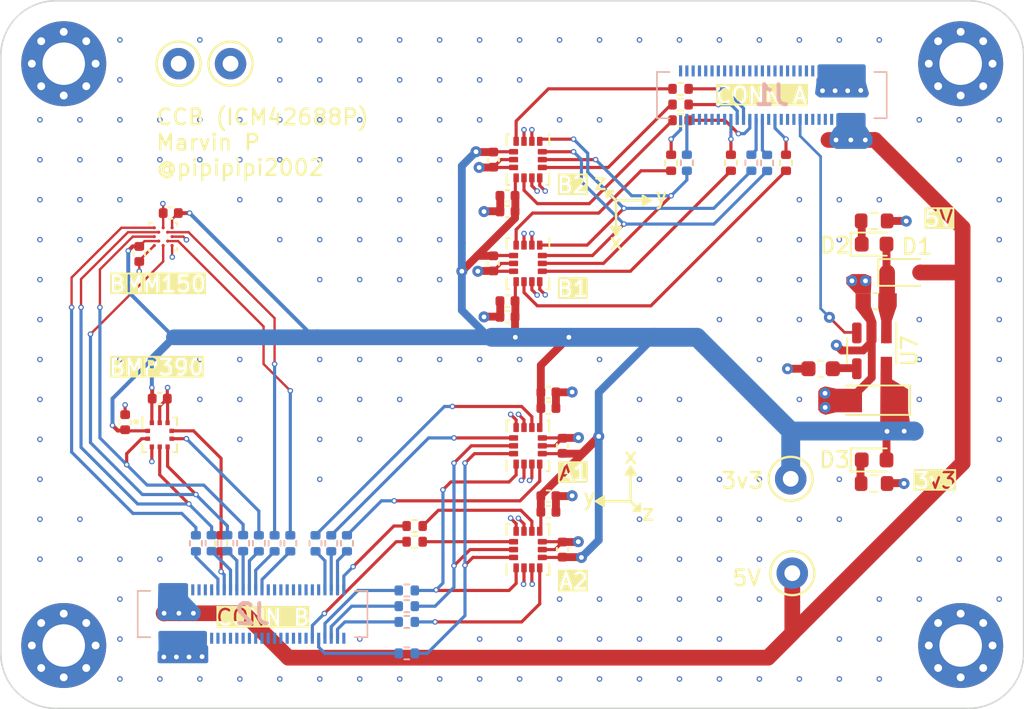
<source format=kicad_pcb>
(kicad_pcb (version 20221018) (generator pcbnew)
  (layers (0 "F.Cu" signal) (1 "In1.Cu" signal) (2 "In2.Cu" signal) (31 "B.Cu" signal) (34 "B.Paste" user) (35 "F.Paste" user) (36 "B.SilkS" user "B.Silkscreen") (37 "F.SilkS" user "F.Silkscreen") (38 "B.Mask" user) (39 "F.Mask" user) (44 "Edge.Cuts" user))
  (net 0 "")
  (net 1 "+3.3V")
  (net 2 "GND")
  (net 3 "+5V")
  (net 4 "Net-(D2-K)")
  (net 5 "Net-(D3-K)")
  (net 6 "ICMB1_CS")
  (net 7 "BMM_CS")
  (net 11 "SPI3_SCK")
  (net 21 "ICMB2_CS")
  (net 23 "3V3_EN")
  (net 25 "ICMB2_INT1")
  (net 47 "ICMB2_INT2")
  (net 48 "SPI3_SDO")
  (net 49 "SPI3_SDI")
  (net 52 "ICMB1_INT1")
  (net 67 "ICMB1_INT2")
  (net 69 "BMP_INT")
  (net 71 "BMP_CS")
  (net 73 "ICMA1_INT2")
  (net 75 "ICMA2_INT2")
  (net 77 "ICMA2_INT1")
  (net 79 "ICMA1_CS")
  (net 81 "ICMA1_INT1")
  (net 88 "SPI1_SCK")
  (net 89 "SPI1_SDO")
  (net 90 "SPI1_SDI")
  (net 91 "ICMA2_CS")
  (net 92 "SPI4_SCK")
  (net 93 "SPI4_SDO")
  (net 94 "BMM_DRDY")
  (net 95 "BMM_INT")
  (net 96 "SPI4_SDI")
  (net 97 "Net-(D1-K)")
  (net 98 "Net-(U7-BP)")
  (net 100 "Net-(J1-Pad3)")
  (net 101 "Net-(J1-Pad19)")
  (net 102 "Net-(J1-Pad21)")
  (net 103 "Net-(J1-Pad23)")
  (net 104 "Net-(J1-Pad25)")
  (net 105 "Net-(J1-Pad27)")
  (net 106 "Net-(J1-Pad31)")
  (net 107 "Net-(J2-Pad1)")
  (net 109 "Net-(J2-Pad3)")
  (net 110 "Net-(J2-Pad4)")
  (net 111 "Net-(J2-Pad5)")
  (net 112 "Net-(J2-Pad6)")
  (net 113 "Net-(J2-Pad8)")
  (net 114 "Net-(J2-Pad10)")
  (net 115 "Net-(J2-Pad12)")
  (net 116 "Net-(J2-Pad27)")
  (net 117 "Net-(J2-Pad29)")
  (net 118 "Net-(J2-Pad31)")
  (net 119 "Net-(J2-Pad33)")
  (net 120 "Net-(J2-Pad35)")
  (net 121 "Net-(J2-Pad37)")
  (net 122 "Net-(J2-Pad39)")
  (net 123 "Net-(J2-Pad41)")
  (net 124 "Net-(J2-Pad7)")
  (net 125 "Net-(J1-Pad17)")
  (net 126 "Net-(J1-Pad1)")
  (footprint "whose_lib:ICM_LGA-14_3x2.5mm_P0.5mm" (layer "F.Cu") (at 133.5 60.1 -90)
    (fp_text reference "U4" hide)
    (fp_text value "ICM-42688-P")
  )
  (footprint "Resistor_SMD:R_0402_1005Metric" (layer "F.Cu") (at 149.9 60.3 90)
    (fp_text reference "R9" hide)
    (fp_text value "22")
  )
  (footprint "TestPoint:TestPoint_Keystone_5000-5004_Miniature" (layer "F.Cu") (at 150.3 86.4)
    (fp_text reference "TP3" hide)
    (fp_text value "TestPoint")
  )
  (footprint "Capacitor_SMD:C_0402_1005Metric" (layer "F.Cu") (at 134.8 82.5)
    (fp_text reference "C3" hide)
    (fp_text value "2u2")
  )
  (footprint "Capacitor_SMD:C_0402_1005Metric" (layer "F.Cu") (at 131.3 60.1 -90)
    (fp_text reference "C9" hide)
    (fp_text value "10n")
  )
  (footprint "Capacitor_SMD:C_0402_1005Metric" (layer "F.Cu") (at 134.8 81.5)
    (fp_text reference "C5" hide)
    (fp_text value "0u1")
  )
  (footprint "Resistor_SMD:R_0402_1005Metric" (layer "F.Cu") (at 126.3 83.4)
    (fp_text reference "R10" hide)
    (fp_text value "22")
  )
  (footprint "Capacitor_SMD:C_0402_1005Metric" (layer "F.Cu") (at 135.7 84.9 90)
    (fp_text reference "C1" hide)
    (fp_text value "10n")
  )
  (footprint "whose_lib:ICM_LGA-14_3x2.5mm_P0.5mm" (layer "F.Cu") (at 133.5 84.9 90)
    (fp_text reference "U1" hide)
    (fp_text value "ICM-42688-P")
  )
  (footprint "Capacitor_SMD:C_0603_1608Metric" (layer "F.Cu") (at 152.1 73.4 180)
    (fp_text reference "C18" hide)
    (fp_text value "470p")
  )
  (footprint "Capacitor_SMD:C_0402_1005Metric" (layer "F.Cu") (at 132.2 70.1 180)
    (fp_text reference "C12" hide)
    (fp_text value "2u2")
  )
  (footprint "Capacitor_SMD:C_0402_1005Metric" (layer "F.Cu") (at 110.8 63.5 180)
    (fp_text reference "C8" hide)
    (fp_text value "0u1")
  )
  (footprint "Resistor_SMD:R_0402_1005Metric" (layer "F.Cu") (at 143.2 55.6)
    (fp_text reference "R4" hide)
    (fp_text value "22")
  )
  (footprint "LED_SMD:LED_0603_1608Metric" (layer "F.Cu") (at 155.5 65.475)
    (fp_text reference "D2")
    (fp_text value "LED")
  )
  (footprint "Resistor_SMD:R_0402_1005Metric" (layer "F.Cu") (at 146.4 60.3 90)
    (fp_text reference "R1" hide)
    (fp_text value "22")
  )
  (footprint "Capacitor_SMD:C_0402_1005Metric" (layer "F.Cu") (at 132.2 69.1 180)
    (fp_text reference "C14" hide)
    (fp_text value "0u1")
  )
  (footprint "Capacitor_SMD:C_0402_1005Metric" (layer "F.Cu") (at 132.2 63.4 180)
    (fp_text reference "C11" hide)
    (fp_text value "2u2")
  )
  (footprint "Resistor_SMD:R_0402_1005Metric" (layer "F.Cu") (at 114 84.5 -90)
    (fp_text reference "R22" hide)
    (fp_text value "22")
  )
  (footprint "Capacitor_SMD:C_0402_1005Metric" (layer "F.Cu") (at 131.3 66.7 -90)
    (fp_text reference "C10" hide)
    (fp_text value "10n")
  )
  (footprint "Resistor_SMD:R_0603_1608Metric" (layer "F.Cu") (at 155.5 80.7 180)
    (fp_text reference "R12" hide)
    (fp_text value "330")
  )
  (footprint "TestPoint:TestPoint_Keystone_5000-5004_Miniature" (layer "F.Cu") (at 111.3 54)
    (fp_text reference "TP1" hide)
    (fp_text value "TestPoint")
  )
  (footprint "whose_lib:ICM_LGA-14_3x2.5mm_P0.5mm" (layer "F.Cu") (at 133.5 66.7 -90)
    (fp_text reference "U5" hide)
    (fp_text value "ICM-42688-P")
  )
  (footprint "Package_TO_SOT_SMD:SOT-23-5" (layer "F.Cu") (at 155.35 72.2625 -90)
    (fp_text reference "U7")
    (fp_text value "MIC5219-3.3YM5")
  )
  (footprint "Diode_SMD:D_SOD-323" (layer "F.Cu") (at 157.375 67.275)
    (fp_text reference "D1")
    (fp_text value "BAT760")
  )
  (footprint "Resistor_SMD:R_0402_1005Metric" (layer "F.Cu") (at 143.2 57.6)
    (fp_text reference "R5" hide)
    (fp_text value "22")
  )
  (footprint "Capacitor_SMD:C_0603_1608Metric" (layer "F.Cu") (at 155.6 69.1 180)
    (fp_text reference "C17" hide)
    (fp_text value "1u")
  )
  (footprint "Capacitor_SMD:C_0402_1005Metric" (layer "F.Cu") (at 134.8 75.9)
    (fp_text reference "C4" hide)
    (fp_text value "2u2")
  )
  (footprint "Capacitor_SMD:C_0402_1005Metric" (layer "F.Cu") (at 108.8 66.1 90)
    (fp_text reference "C7" hide)
    (fp_text value "0u1")
  )
  (footprint "Capacitor_SMD:C_0402_1005Metric" (layer "F.Cu") (at 135.7 78.3 90)
    (fp_text reference "C2" hide)
    (fp_text value "10n")
  )
  (footprint "Package_CSP:WLCSP-12_1.56x1.56mm_P0.4mm" (layer "F.Cu") (at 110.32 65 90)
    (fp_text reference "U3" hide)
    (fp_text value "BMM150")
  )
  (footprint "MountingHole:MountingHole_2.7mm_M2.5_Pad_Via" (layer "F.Cu") (at 104 91)
    (fp_text reference "H2" hide)
    (fp_text value "MountingHole_Pad")
  )
  (footprint "Resistor_SMD:R_0402_1005Metric" (layer "F.Cu") (at 126.3 84.4)
    (fp_text reference "R29" hide)
    (fp_text value "22")
  )
  (footprint "MountingHole:MountingHole_2.7mm_M2.5_Pad_Via" (layer "F.Cu") (at 104 54)
    (fp_text reference "H1" hide)
    (fp_text value "MountingHole_Pad")
  )
  (footprint "whose_lib:ICM_LGA-14_3x2.5mm_P0.5mm" (layer "F.Cu") (at 133.5 78.3 90)
    (fp_text reference "U2" hide)
    (fp_text value "ICM-42688-P")
  )
  (footprint "Capacitor_SMD:C_0402_1005Metric" (layer "F.Cu") (at 132.2 62.4 180)
    (fp_text reference "C13" hide)
    (fp_text value "0u1")
  )
  (footprint "Capacitor_SMD:C_0402_1005Metric" (layer "F.Cu") (at 107.9025 76.8 90)
    (fp_text reference "C15" hide)
    (fp_text value "0u1")
  )
  (footprint "Resistor_SMD:R_0402_1005Metric" (layer "F.Cu") (at 142.6 60.3 90)
    (fp_text reference "R8" hide)
    (fp_text value "22")
  )
  (footprint "MountingHole:MountingHole_2.7mm_M2.5_Pad_Via" (layer "F.Cu") (at 161 91)
    (fp_text reference "H4" hide)
    (fp_text value "MountingHole_Pad")
  )
  (footprint "MountingHole:MountingHole_2.7mm_M2.5_Pad_Via" (layer "F.Cu") (at 161 54)
    (fp_text reference "H3" hide)
    (fp_text value "MountingHole_Pad")
  )
  (footprint "LED_SMD:LED_0603_1608Metric" (layer "F.Cu") (at 155.5 79.2)
    (fp_text reference "D3")
    (fp_text value "LED")
  )
  (footprint "Resistor_SMD:R_0603_1608Metric" (layer "F.Cu") (at 155.5 64 180)
    (fp_text reference "R11" hide)
    (fp_text value "330")
  )
  (footprint "TestPoint:TestPoint_Keystone_5000-5004_Miniature" (layer "F.Cu") (at 114.6 54)
    (fp_text reference "TP2" hide)
    (fp_text value "TestPoint")
  )
  (footprint "whose_lib:Bosch_LGA-10_2x2mm_P0.50mm" (layer "F.Cu") (at 110.1 77.6 90)
    (fp_text reference "U6" hide)
    (fp_text value "BMP390")
  )
  (footprint "Capacitor_Tantalum_SMD:CP_EIA-3216-18_Kemet-A_Pad1.58x1.35mm_HandSolder" (layer "F.Cu") (at 155.3 75.4 180)
    (fp_text reference "C19" hide)
    (fp_text value "2u2")
  )
  (footprint "Capacitor_SMD:C_0402_1005Metric" (layer "F.Cu") (at 110.1025 75.3)
    (fp_text reference "C16" hide)
    (fp_text value "0u1")
  )
  (footprint "Resistor_SMD:R_0402_1005Metric" (layer "F.Cu") (at 143.2 56.6)
    (fp_text reference "R3" hide)
    (fp_text value "22")
  )
  (footprint "TestPoint:TestPoint_Keystone_5000-5004_Miniature" (layer "F.Cu") (at 150.2 80.4)
    (fp_text reference "TP4" hide)
    (fp_text value "TestPoint")
  )
  (footprint "Capacitor_SMD:C_0402_1005Metric" (layer "F.Cu") (at 134.8 74.9)
    (fp_text reference "C6" hide)
    (fp_text value "0u1")
  )
  (footprint "Resistor_SMD:R_0402_1005Metric" (layer "B.Cu") (at 125.8 91.5)
    (fp_text reference "R28" hide)
    (fp_text value "22")
  )
  (footprint "Resistor_SMD:R_0402_1005Metric" (layer "B.Cu") (at 125.8 88.5)
    (fp_text reference "R26" hide)
    (fp_text value "22")
  )
  (footprint "Resistor_SMD:R_0402_1005Metric" (layer "B.Cu") (at 112.4 84.5 -90)
    (fp_text reference "R23" hide)
    (fp_text value "22")
  )
  (footprint "Resistor_SMD:R_0402_1005Metric" (layer "B.Cu") (at 115.4 84.49 -90)
    (fp_text reference "R19" hide)
    (fp_text value "22")
  )
  (footprint "whose_lib:DF40HC4060DS04V51" (layer "B.Cu") (at 149 56)
    (fp_text reference "J1")
    (fp_text value "DF40HC_4.0_-60DS-0.4V_51_" hide)
  )
  (footprint "Resistor_SMD:R_0402_1005Metric" (layer "B.Cu") (at 118.4 84.5 -90)
    (fp_text reference "R16" hide)
    (fp_text value "22")
  )
  (footprint "whose_lib:DF40HC4060DS04V51" (layer "B.Cu") (at 116 89 180)
    (fp_text reference "J2")
    (fp_text value "DF40HC_4.0_-60DS-0.4V_51_" hide)
  )
  (footprint "Resistor_SMD:R_0402_1005Metric" (layer "B.Cu") (at 125.8 89.5)
    (fp_text reference "R25" hide)
    (fp_text value "22")
  )
  (footprint "Resistor_SMD:R_0402_1005Metric" (layer "B.Cu") (at 113.4 84.49 -90)
    (fp_text reference "R21" hide)
    (fp_text value "22")
  )
  (footprint "Resistor_SMD:R_0402_1005Metric" (layer "B.Cu") (at 125.8 87.5)
    (fp_text reference "R27" hide)
    (fp_text value "22")
  )
  (footprint "Resistor_SMD:R_0402_1005Metric" (layer "B.Cu") (at 116.4 84.5 -90)
    (fp_text reference "R18" hide)
    (fp_text value "22")
  )
  (footprint "Resistor_SMD:R_0402_1005Metric" (layer "B.Cu") (at 121 84.5 -90)
    (fp_text reference "R14" hide)
    (fp_text value "22")
  )
  (footprint "Resistor_SMD:R_0402_1005Metric" (layer "B.Cu") (at 120 84.5 -90)
    (fp_text reference "R15" hide)
    (fp_text value "22")
  )
  (footprint "Resistor_SMD:R_0402_1005Metric" (layer "B.Cu") (at 122 84.5 -90)
    (fp_text reference "R13" hide)
    (fp_text value "22")
  )
  (footprint "Resistor_SMD:R_0402_1005Metric" (layer "B.Cu") (at 148.7 60.31 90)
    (fp_text reference "R7" hide)
    (fp_text value "22")
  )
  (footprint "Resistor_SMD:R_0402_1005Metric" (layer "B.Cu") (at 147.7 60.3 90)
    (fp_text reference "R6" hide)
    (fp_text value "22")
  )
  (footprint "Resistor_SMD:R_0402_1005Metric" (layer "B.Cu") (at 117.4 84.5 -90)
    (fp_text reference "R17" hide)
    (fp_text value "22")
  )
  (footprint "Resistor_SMD:R_0402_1005Metric" (layer "B.Cu") (at 114.4 84.49 -90)
    (fp_text reference "R20" hide)
    (fp_text value "22")
  )
  (footprint "Resistor_SMD:R_0402_1005Metric" (layer "B.Cu") (at 143.6 60.3 90)
    (fp_text reference "R2" hide)
    (fp_text value "22")
  )
  (gr_line (start 140.225 82.425) (end 140.625 82.425) (stroke (width 0.15)) (layer "F.SilkS"))
  (gr_line (start 139.825 80.025) (end 140.175 79.875) (stroke (width 0.15)) (layer "F.SilkS"))
  (gr_line (start 138.225 82.025) (end 138.075 81.675) (stroke (width 0.15)) (layer "F.SilkS"))
  (gr_line (start 141.3 62.7) (end 140.8 62.4) (stroke (width 0.15)) (layer "F.SilkS"))
  (gr_line (start 140.9 62.5) (end 141.05 62.85) (stroke (width 0.15)) (layer "F.SilkS"))
  (gr_line (start 138.6 62.2) (end 138.6 62.3) (stroke (width 0.15)) (layer "F.SilkS"))
  (gr_line (start 139.1 64.9) (end 139.4 64.4) (stroke (width 0.15)) (layer "F.SilkS"))
  (gr_line (start 137.825 81.825) (end 138.325 82.125) (stroke (width 0.15)) (layer "F.SilkS"))
  (gr_line (start 140.025 79.625) (end 140.325 80.125) (stroke (width 0.15)) (layer "F.SilkS"))
  (gr_line (start 137.825 81.825) (end 138.325 81.525) (stroke (width 0.15)) (layer "F.SilkS"))
  (gr_line (start 138.325 82.125) (end 138.325 81.525) (stroke (width 0.15)) (layer "F.SilkS"))
  (gr_line (start 138.9 62.1) (end 138.6 62.2) (stroke (width 0.15)) (layer "F.SilkS"))
  (gr_line (start 140.8 62.4) (end 140.8 63) (stroke (width 0.15)) (layer "F.SilkS"))
  (gr_line (start 139.725 80.125) (end 140.325 80.125) (stroke (width 0.15)) (layer "F.SilkS"))
  (gr_line (start 140.025 79.625) (end 139.725 80.125) (stroke (width 0.15)) (layer "F.SilkS"))
  (gr_line (start 139.875 79.875) (end 140.325 80.125) (stroke (width 0.15)) (layer "F.SilkS"))
  (gr_line (start 138.9 62.1) (end 138.5 62.1) (stroke (width 0.15)) (layer "F.SilkS"))
  (gr_line (start 139.3 64.5) (end 138.95 64.65) (stroke (width 0.15)) (layer "F.SilkS"))
  (gr_line (start 141.3 62.7) (end 140.8 63) (stroke (width 0.15)) (layer "F.SilkS"))
  (gr_line (start 139.1 62.7) (end 141.3 62.7) (stroke (width 0.15)) (layer "F.SilkS"))
  (gr_line (start 140.025 81.825) (end 140.025 79.625) (stroke (width 0.15)) (layer "F.SilkS"))
  (gr_line (start 139.1 62.7) (end 139.1 64.9) (stroke (width 0.15)) (layer "F.SilkS"))
  (gr_line (start 139.4 64.4) (end 138.8 64.4) (stroke (width 0.15)) (layer "F.SilkS"))
  (gr_line (start 139.25 64.65) (end 138.8 64.4) (stroke (width 0.15)) (layer "F.SilkS"))
  (gr_line (start 138.5 62.5) (end 138.9 62.1) (stroke (width 0.15)) (layer "F.SilkS"))
  (gr_line (start 138.075 81.975) (end 138.325 81.525) (stroke (width 0.15)) (layer "F.SilkS"))
  (gr_line (start 140.225 82.425) (end 140.525 82.325) (stroke (width 0.15)) (layer "F.SilkS"))
  (gr_line (start 140.625 82.425) (end 140.625 82.025) (stroke (width 0.15)) (layer "F.SilkS"))
  (gr_line (start 140.025 81.825) (end 137.825 81.825) (stroke (width 0.15)) (layer "F.SilkS"))
  (gr_line (start 139.1 62.7) (end 138.5 62.1) (stroke (width 0.15)) (layer "F.SilkS"))
  (gr_line (start 141.05 62.55) (end 140.8 63) (stroke (width 0.15)) (layer "F.SilkS"))
  (gr_line (start 140.625 82.025) (end 140.225 82.425) (stroke (width 0.15)) (layer "F.SilkS"))
  (gr_line (start 140.025 81.825) (end 140.625 82.425) (stroke (width 0.15)) (layer "F.SilkS"))
  (gr_line (start 140.525 82.325) (end 140.525 82.225) (stroke (width 0.15)) (layer "F.SilkS"))
  (gr_line (start 139.1 64.9) (end 138.8 64.4) (stroke (width 0.15)) (layer "F.SilkS"))
  (gr_line (start 138.5 62.1) (end 138.5 62.5) (stroke (width 0.15)) (layer "F.SilkS"))
  (gr_arc (start 165 91.5) (mid 163.974874 93.974874) (end 161.5 95) (stroke (width 0.1)) (layer "Edge.Cuts"))
  (gr_arc (start 100 53.5) (mid 101.025126 51.025126) (end 103.5 50) (stroke (width 0.1)) (layer "Edge.Cuts"))
  (gr_line (start 161.5 95) (end 103.5 95) (stroke (width 0.1)) (layer "Edge.Cuts"))
  (gr_line (start 100 91.5) (end 100 53.5) (stroke (width 0.1)) (layer "Edge.Cuts"))
  (gr_line (start 165 53.5) (end 165 91.5) (stroke (width 0.1)) (layer "Edge.Cuts"))
  (gr_line (start 103.5 50) (end 161.525126 50) (stroke (width 0.1)) (layer "Edge.Cuts"))
  (gr_arc (start 103.5 95) (mid 101.025126 93.974874) (end 100 91.5) (stroke (width 0.1)) (layer "Edge.Cuts"))
  (gr_arc (start 161.525126 49.99991) (mid 163.991164 51.026603) (end 164.999999 53.5) (stroke (width 0.1)) (layer "Edge.Cuts"))
  (gr_text "CCB (ICM42688P)\nMarvin P\n@pipipipi2002" (at 109.8 61.2) (layer "F.SilkS") (effects (font (size 1 1)) (justify left bottom)))
  (gr_text "3v3" (at 157.95 81.1) (layer "F.SilkS" knockout) (effects (font (size 1 1)) (justify left bottom)))
  (gr_text "B2" (at 135.257143 62.3) (layer "F.SilkS" knockout) (effects (font (size 1 1)) (justify left bottom)))
  (gr_text "5V" (at 158.6 64.45) (layer "F.SilkS" knockout) (effects (font (size 1 1)) (justify left bottom)))
  (gr_text "BMP390" (at 106.8 73.9) (layer "F.SilkS" knockout) (effects (font (size 1 1)) (justify left bottom)))
  (gr_text "A2" (at 135.4 87.5) (layer "F.SilkS" knockout) (effects (font (size 1 1)) (justify left bottom)))
  (gr_text "x" (at 138.6 65.9) (layer "F.SilkS") (effects (font (size 1 1)) (justify left bottom)))
  (gr_text "CONN A" (at 145.35 56.6) (layer "F.SilkS" knockout) (effects (font (size 1 1)) (justify left bottom)))
  (gr_text "B1" (at 135.257143 68.9) (layer "F.SilkS" knockout) (effects (font (size 1 1)) (justify left bottom)))
  (gr_text "5V" (at 146.4 87.3) (layer "F.SilkS") (effects (font (size 1 1)) (justify left bottom)))
  (gr_text "BMM150" (at 106.8 68.6) (layer "F.SilkS" knockout) (effects (font (size 1 1)) (justify left bottom)))
  (gr_text "x" (at 139.525 79.525) (layer "F.SilkS") (effects (font (size 1 1)) (justify left bottom)))
  (gr_text "CONN B" (at 113.6 89.8) (layer "F.SilkS" knockout) (effects (font (size 1 1)) (justify left bottom)))
  (gr_text "z" (at 140.625 83.125) (layer "F.SilkS") (effects (font (size 1 1)) (justify left bottom)))
  (gr_text "y" (at 136.925 82.125) (layer "F.SilkS") (effects (font (size 1 1)) (justify left bottom)))
  (gr_text "A1" (at 135.4 80.6) (layer "F.SilkS" knockout) (effects (font (size 1 1)) (justify left bottom)))
  (gr_text "z" (at 137.6 62.1) (layer "F.SilkS") (effects (font (size 1 1)) (justify left bottom)))
  (gr_text "y" (at 141.5 63) (layer "F.SilkS") (effects (font (size 1 1)) (justify left bottom)))
  (gr_text "3v3" (at 145.7 81.1) (layer "F.SilkS") (effects (font (size 1 1)) (justify left bottom)))
  (segment (start 107.82 77.35) (end 109.3375 77.35) (width 0.2) (layer "F.Cu") (net 1))
  (segment (start 132.60375 66.2) (end 131.33625 66.2) (width 0.2) (layer "F.Cu") (net 1))
  (segment (start 109.6 76.8375) (end 109.6 75.32) (width 0.2) (layer "F.Cu") (net 1))
  (segment (start 109.62 75.3) (end 109.6 75.32) (width 0.25) (layer "F.Cu") (net 1))
  (segment (start 134.32 81.457035) (end 138 77.777035) (width 0.5) (layer "F.Cu") (net 1))
  (segment (start 109.62 74.62) (end 109.6 74.6) (width 0.25) (layer "F.Cu") (net 1))
  (segment (start 107.43 77.33) (end 107.8 77.33) (width 0.25) (layer "F.Cu") (net 1))
  (segment (start 108.8 65.62) (end 108.38 65.62) (width 0.25) (layer "F.Cu") (net 1))
  (segment (start 134.32 73.18) (end 136.1 71.4) (width 0.5) (layer "F.Cu") (net 1))
  (segment (start 132.60375 59.6) (end 131.33625 59.6) (width 0.2) (layer "F.Cu") (net 1))
  (segment (start 108.38 65.62) (end 108.1 65.9) (width 0.25) (layer "F.Cu") (net 1))
  (segment (start 132.68 71.38) (end 132.7 71.4) (width 0.5) (layer "F.Cu") (net 1))
  (segment (start 134.32 74.9) (end 134.32 73.18) (width 0.5) (layer "F.Cu") (net 1))
  (segment (start 135.7 78.78) (end 135.72 78.8) (width 0.5) (layer "F.Cu") (net 1))
  (segment (start 136.9 78.8) (end 138 77.7) (width 0.5) (layer "F.Cu") (net 1))
  (segment (start 134.32 75.9) (end 134.32 74.8) (width 0.5) (layer "F.Cu") (net 1))
  (segment (start 132.7 61.21625) (end 132.7 62.38375) (width 0.2) (layer "F.Cu") (net 1))
  (segment (start 130.22 59.62) (end 131.3 59.62) (width 0.5) (layer "F.Cu") (net 1))
  (segment (start 138 77.777035) (end 138 77.7) (width 0.5) (layer "F.Cu") (net 1))
  (segment (start 107.1 77) (end 107.43 77.33) (width 0.25) (layer "F.Cu") (net 1))
  (segment (start 109.62 75.3) (end 109.62 74.62) (width 0.25) (layer "F.Cu") (net 1))
  (segment (start 131.33625 66.2) (end 131.31625 66.22) (width 0.2) (layer "F.Cu") (net 1))
  (segment (start 134.32 81.5) (end 134.32 81.457035) (width 0.5) (layer "F.Cu") (net 1))
  (segment (start 109.137 65.283) (end 108.8 65.62) (width 0.15) (layer "F.Cu") (net 1))
  (segment (start 134.32 81.5) (end 134.32 82.5) (width 0.5) (layer "F.Cu") (net 1))
  (segment (start 131.33625 59.6) (end 131.31625 59.62) (width 0.2) (layer "F.Cu") (net 1))
  (segment (start 134.32 83.6675) (end 134.32 82.5) (width 0.2) (layer "F.Cu") (net 1))
  (segment (start 156.2875 77.4125) (end 156.32 77.38) (width 0.5) (layer "F.Cu") (net 1))
  (segment (start 134.4125 78.8) (end 135.68 78.8) (width 0.2) (layer "F.Cu") (net 1))
  (segment (start 136.88 85.38) (end 135.7 85.38) (width 0.5) (layer "F.Cu") (net 1))
  (segment (start 131.3 66.22) (end 130.28 66.22) (width 0.5) (layer "F.Cu") (net 1))
  (segment (start 134.25 83.7375) (end 134.32 83.6675) (width 0.2) (layer "F.Cu") (net 1))
  (segment (start 132.68 70.1) (end 132.68 71.38) (width 0.5) (layer "F.Cu") (net 1))
  (segment (start 135.72 78.8) (end 136.9 78.8) (width 0.5) (layer "F.Cu") (net 1))
  (segment (start 134.32 77.0675) (end 134.32 75.9) (width 0.2) (layer "F.Cu") (net 1))
  (segment (start 132.68 63.82) (end 132.68 63.4) (width 0.5) (layer "F.Cu") (net 1))
  (segment (start 136.9 85.4) (end 136.88 85.38) (width 0.5) (layer "F.Cu") (net 1))
  (segment (start 112 63.5) (end 111.28 63.5) (width 0.25) (layer "F.Cu") (net 1))
  (segment (start 134.4125 85.4) (end 135.68 85.4) (width 0.2) (layer "F.Cu") (net 1))
  (segment (start 132.7 67.91625) (end 132.7 69.08375) (width 0.2) (layer "F.Cu") (net 1))
  (segment (start 132.7 69.08375) (end 132.7 70.18375) (width 0.5) (layer "F.Cu") (net 1))
  (segment (start 130.2 59.6) (end 130.22 59.62) (width 0.5) (layer "F.Cu") (net 1))
  (segment (start 134.25 77.1375) (end 134.32 77.0675) (width 0.2) (layer "F.Cu") (net 1))
  (segment (start 130.28 66.22) (end 129.3 67.2) (width 0.5) (layer "F.Cu") (net 1))
  (segment (start 110.886 64.434) (end 110.886 63.894) (width 0.15) (layer "F.Cu") (net 1))
  (segment (start 132.7 62.38375) (end 132.7 63.48375) (width 0.5) (layer "F.Cu") (net 1))
  (segment (start 110.037 65.283) (end 109.137 65.283) (width 0.15) (layer "F.Cu") (net 1))
  (segment (start 130.28 66.22) (end 132.68 63.82) (width 0.5) (layer "F.Cu") (net 1))
  (segment (start 156.2875 79.2) (end 156.2875 77.4125) (width 0.5) (layer "F.Cu") (net 1))
  (segment (start 110.886 63.894) (end 111.28 63.5) (width 0.15) (layer "F.Cu") (net 1))
  (segment (start 107.8 77.33) (end 107.82 77.35) (width 0.2) (layer "F.Cu") (net 1))
  (via (at 136.1 71.4) (size 0.7) (drill 0.3) (layers "F.Cu" "B.Cu") (net 1))
  (via (at 130.2 59.6) (size 0.7) (drill 0.3) (layers "F.Cu" "B.Cu") (net 1))
  (via (at 138 77.7) (size 0.7) (drill 0.3) (layers "F.Cu" "B.Cu") (net 1))
  (via (at 129.3 67.2) (size 0.7) (drill 0.3) (layers "F.Cu" "B.Cu") (net 1))
  (via (at 109.6 74.6) (size 0.35) (drill 0.2) (layers "F.Cu" "B.Cu") (net 1))
  (via (at 156.32 77.38) (size 0.7) (drill 0.3) (layers "F.Cu" "B.Cu") (net 1))
  (via (at 107.1 77) (size 0.35) (drill 0.2) (layers "F.Cu" "B.Cu") (net 1))
  (via (at 132.7 71.4) (size 0.7) (drill 0.3) (layers "F.Cu" "B.Cu") (net 1))
  (via (at 157.41 77.37) (size 0.7) (drill 0.3) (layers "F.Cu" "B.Cu") (net 1))
  (via (at 136.9 85.4) (size 0.7) (drill 0.3) (layers "F.Cu" "B.Cu") (net 1))
  (via (at 112 63.5) (size 0.35) (drill 0.2) (layers "F.Cu" "B.Cu") (net 1))
  (via (at 108.1 65.9) (size 0.35) (drill 0.2) (layers "F.Cu" "B.Cu") (net 1))
  (segment (start 109.57473 72.82527) (end 107.1 75.3) (width 0.25) (layer "B.Cu") (net 1))
  (segment (start 109.6 72.85054) (end 109.6 74.6) (width 0.25) (layer "B.Cu") (net 1))
  (segment (start 112 63.5) (end 119.9 71.4) (width 0.25) (layer "B.Cu") (net 1))
  (segment (start 150.2 77.36) (end 150.2 80.4) (width 1.2) (layer "B.Cu") (net 1))
  (segment (start 129.3 65.4) (end 129.3 67.2) (width 0.5) (layer "B.Cu") (net 1))
  (segment (start 158.04 77.36) (end 150.2 77.36) (width 1.2) (layer "B.Cu") (net 1))
  (segment (start 141.5 71.4) (end 136.1 71.4) (width 1.2) (layer "B.Cu") (net 1))
  (segment (start 108.1 68.5) (end 108.1 65.9) (width 0.25) (layer "B.Cu") (net 1))
  (segment (start 136.1 71.4) (end 132.7 71.4) (width 1.2) (layer "B.Cu") (net 1))
  (segment (start 131.2 71.4) (end 120.1 71.4) (width 1) (layer "B.Cu") (net 1))
  (segment (start 111 71.4) (end 120.1 71.4) (width 1) (layer "B.Cu") (net 1))
  (segment (start 119.9 71.4) (end 120.1 71.4) (width 0.25) (layer "B.Cu") (net 1))
  (segment (start 132.7 71.4) (end 131.2 71.4) (width 1.2) (layer "B.Cu") (net 1))
  (segment (start 129.3 65.4) (end 129.3 60.5) (width 0.5) (layer "B.Cu") (net 1))
  (segment (start 129.3 69.6837) (end 129.3 67.2) (width 0.5) (layer "B.Cu") (net 1))
  (segment (start 131.0163 71.4) (end 129.3 69.6837) (width 0.5) (layer "B.Cu") (net 1))
  (segment (start 131.2 71.4) (end 131.0163 71.4) (width 0.5) (layer "B.Cu") (net 1))
  (segment (start 138 74.9) (end 138 77.7) (width 0.5) (layer "B.Cu") (net 1))
  (segment (start 109.57473 72.82527) (end 109.6 72.85054) (width 0.25) (layer "B.Cu") (net 1))
  (segment (start 158.05 77.37) (end 158.04 77.36) (width 1.2) (layer "B.Cu") (net 1))
  (segment (start 109.57473 72.82527) (end 111 71.4) (width 0.5) (layer "B.Cu") (net 1))
  (segment (start 129.3 60.5) (end 130.2 59.6) (width 0.5) (layer "B.Cu") (net 1))
  (segment (start 144.24 71.4) (end 141.5 71.4) (width 1.2) (layer "B.Cu") (net 1))
  (segment (start 111 71.4) (end 108.1 68.5) (width 0.25) (layer "B.Cu") (net 1))
  (segment (start 136.9 85.4) (end 138 84.3) (width 0.5) (layer "B.Cu") (net 1))
  (segment (start 138 84.3) (end 138 77.7) (width 0.5) (layer "B.Cu") (net 1))
  (segment (start 107.1 75.3) (end 107.1 77) (width 0.25) (layer "B.Cu") (net 1))
  (segment (start 150.2 77.36) (end 144.24 71.4) (width 1.2) (layer "B.Cu") (net 1))
  (segment (start 141.5 71.4) (end 138 74.9) (width 0.5) (layer "B.Cu") (net 1))
  (segment (start 135.31 81.5) (end 136.29 81.5) (width 0.5) (layer "F.Cu") (net 2))
  (segment (start 134.25 67.8625) (end 134.25 68.35) (width 0.2) (layer "F.Cu") (net 2))
  (segment (start 131.33625 67.2) (end 131.31625 67.18) (width 0.2) (layer "F.Cu") (net 2))
  (segment (start 134.25 61.75) (end 134.25 61.2625) (width 0.2) (layer "F.Cu") (net 2))
  (segment (start 133.253284 64.8) (end 133.25 64.803284) (width 0.2) (layer "F.Cu") (net 2))
  (segment (start 153.4375 72.2375) (end 154.798528 72.2375) (width 0.5) (layer "F.Cu") (net 2))
  (segment (start 133.75 86.0625) (end 133.75 87.0745) (width 0.2) (layer "F.Cu") (net 2))
  (segment (start 154.798528 72.2375) (end 155.35 71.686028) (width 0.5) (layer "F.Cu") (net 2))
  (segment (start 110.1 75.78) (end 110.58 75.3) (width 0.2) (layer "F.Cu") (net 2))
  (segment (start 133.25 58.2) (end 133.25 58.9375) (width 0.2) (layer "F.Cu") (net 2))
  (segment (start 131.29625 60.6) (end 131.31625 60.58) (width 0.5) (layer "F.Cu") (net 2))
  (segment (start 157.375 80.675) (end 156.285 80.675) (width 0.5) (layer "F.Cu") (net 2))
  (segment (start 132.9 76.3) (end 133.25 76.65) (width 0.2) (layer "F.Cu") (net 2))
  (segment (start 136.68 84.42) (end 136.7 84.4) (width 0.2) (layer "F.Cu") (net 2))
  (segment (start 134.4125 77.8) (end 135.68 77.8) (width 0.2) (layer "F.Cu") (net 2))
  (segment (start 133.25 76.65) (end 133.25 77.1375) (width 0.2) (layer "F.Cu") (net 2))
  (segment (start 133.25 86.0625) (end 133.25 87.073998) (width 0.2) (layer "F.Cu") (net 2))
  (segment (start 110.6 75.32) (end 110.58 75.3) (width 0.2) (layer "F.Cu") (net 2))
  (segment (start 110.32 64.434) (end 110.32 63.5) (width 0.15) (layer "F.Cu") (net 2))
  (segment (start 130.33625 67.18) (end 130.31625 67.2) (width 0.2) (layer "F.Cu") (net 2))
  (segment (start 134.6 62.1) (end 134.25 61.75) (width 0.2) (layer "F.Cu") (net 2))
  (segment (start 134.4125 84.9) (end 135.22 84.9) (width 0.2) (layer "F.Cu") (net 2))
  (segment (start 131.79625 60.1) (end 131.31625 60.58) (width 0.2) (layer "F.Cu") (net 2))
  (segment (start 110.6 76.8375) (end 110.6 75.32) (width 0.2) (layer "F.Cu") (net 2))
  (segment (start 132.75 76.65) (end 132.75 77.1375) (width 0.2) (layer "F.Cu") (net 2))
  (segment (start 131.71 63.38375) (end 130.73 63.38375) (width 0.5) (layer "F.Cu") (net 2))
  (segment (start 135.28 75.9) (end 135.28 74.9) (width 0.5) (layer "F.Cu") (net 2))
  (segment (start 107.9 75.7) (end 107.9 76.27) (width 0.2) (layer "F.Cu") (net 2))
  (segment (start 135.22 78.3) (end 135.7 77.82) (width 0.2) (layer "F.Cu") (net 2))
  (segment (start 110.58 74.62) (end 110.6 74.6) (width 0.2) (layer "F.Cu") (net 2))
  (segment (start 133.25 80.335523) (end 133.25 79.4625) (width 0.2) (layer "F.Cu") (net 2))
  (segment (start 151.2 73.4) (end 150 73.4) (width 0.5) (layer "F.Cu") (net 2))
  (segment (start 111.8 65.2) (end 111.6 65) (width 0.15) (layer "F.Cu") (net 2))
  (segment (start 109.6 79.3) (end 109.6 78.3625) (width 0.2) (layer "F.Cu") (net 2))
  (segment (start 133.75 68.378954) (end 134.085523 68.714477) (width 0.2) (layer "F.Cu") (net 2))
  (segment (start 133.75 61.764477) (end 133.75 61.2625) (width 0.2) (layer "F.Cu") (net 2))
  (segment (start 109.754 65.566) (end 108.8 66.52) (width 0.15) (layer "F.Cu") (net 2))
  (segment (start 131.71 70.08375) (end 130.73 70.08375) (width 0.5) (layer "F.Cu") (net 2))
  (segment (start 133.75 80.35) (end 133.6 80.5) (width 0.2) (layer "F.Cu") (net 2))
  (segment (start 131.79625 66.7) (end 131.31625 67.18) (width 0.2) (layer "F.Cu") (net 2))
  (segment (start 133.75 64.8) (end 133.75 65.5375) (width 0.2) (layer "F.Cu") (net 2))
  (segment (start 132.60375 66.7) (end 131.79625 66.7) (width 0.2) (layer "F.Cu") (net 2))
  (segment (start 107.9 76.27) (end 107.8 76.37) (width 0.2) (layer "F.Cu") (net 2))
  (segment (start 155.35 73.9625) (end 153.8875 75.425) (width 0.5) (layer "F.Cu") (net 2))
  (segment (start 108.8 67.2) (end 108.8 66.58) (width 0.15) (layer "F.Cu") (net 2))
  (segment (start 132.60375 60.6) (end 131.33625 60.6) (width 0.2) (layer "F.Cu") (net 2))
  (segment (start 135.28 81.5) (end 135.28 82.5) (width 0.5) (layer "F.Cu") (net 2))
  (segment (start 134.25 68.35) (end 134.6 68.7) (width 0.2) (layer "F.Cu") (net 2))
  (segment (start 135.7 84.42) (end 136.68 84.42) (width 0.5) (layer "F.Cu") (net 2))
  (segment (start 133.75 87.0745) (end 133.7755 87.1) (width 0.2) (layer "F.Cu") (net 2))
  (segment (start 133.25 64.803284) (end 133.25 65.5375) (width 0.2) (layer "F.Cu") (net 2))
  (segment (start 135.22 84.9) (end 135.7 84.42) (width 0.2) (layer "F.Cu") (net 2))
  (segment (start 133.75 67.8625) (end 133.75 68.378954) (width 0.2) (layer "F.Cu") (net 2))
  (segment (start 131.74 69.08375) (end 131.74 70.08375) (width 0.5) (layer "F.Cu") (net 2))
  (segment (start 135.71 77.8) (end 136.69 77.8) (width 0.5) (layer "F.Cu") (net 2))
  (segment (start 111.6 65) (end 110.886 65) (width 0.15) (layer "F.Cu") (net 2))
  (segment (start 130.4 60.6) (end 131.29625 60.6) (width 0.5) (layer "F.Cu") (net 2))
  (segment (start 133.75 79.4625) (end 133.75 80.35) (width 0.2) (layer "F.Cu") (net 2))
  (segment (start 132.75 83.25) (end 132.75 83.7375) (width 0.2) (layer "F.Cu") (net 2))
  (segment (start 132.889477 82.910523) (end 133.25 83.271046) (width 0.2) (layer "F.Cu") (net 2))
  (segment (start 134.4125 78.3) (end 135.22 78.3) (width 0.2) (layer "F.Cu") (net 2))
  (segment (start 155.35 71.686028) (end 155.35 71.125) (width 0.5) (layer "F.Cu") (net 2))
  (segment (start 131.74 62.38375) (end 131.74 63.38375) (width 0.5) (layer "F.Cu") (net 2))
  (segment (start 157.4 80.7) (end 157.375 80.675) (width 0.5) (layer "F.Cu") (net 2))
  (segment (start 131.31625 67.18) (end 130.33625 67.18) (width 0.5) (layer "F.Cu") (net 2))
  (segment (start 110.886 66.286) (end 110.886 65.566) (width 0.15) (layer "F.Cu") (net 2))
  (segment (start 157.53 64) (end 157.54 64.01) (width 0.5) (layer "F.Cu") (net 2))
  (segment (start 133.25 83.271046) (end 133.25 83.7375) (width 0.2) (layer "F.Cu") (net 2))
  (segment (start 131.33625 60.6) (end 131.31625 60.58) (width 0.2) (layer "F.Cu") (net 2))
  (segment (start 110.9 66.3) (end 110.886 66.286) (width 0.15) (layer "F.Cu") (net 2))
  (segment (start 110.32 62.92) (end 110.3 62.9) (width 0.15) (layer "F.Cu") (net 2))
  (segment (start 153.1 71.9) (end 153.4375 72.2375) (width 0.5) (layer "F.Cu") (net 2))
  (segment (start 134.085523 62.1) (end 133.75 61.764477) (width 0.2) (layer "F.Cu") (net 2))
  (segment (start 132.4 76.3) (end 132.75 76.65) (width 0.2) (layer "F.Cu") (net 2))
  (segment (start 133.085523 80.5) (end 133.25 80.335523) (width 0.2) (layer "F.Cu") (net 2))
  (segment (start 135.31 74.9) (end 136.29 74.9) (width 0.5) (layer "F.Cu") (net 2))
  (segment (start 108.8 66.52) (end 108.8 66.58) (width 0.15) (layer "F.Cu") (net 2))
  (segment (start 132.4 82.9) (end 132.75 83.25) (width 0.2) (layer "F.Cu") (net 2))
  (segment (start 156.285 64) (end 157.53 64) (width 0.5) (layer "F.Cu") (net 2))
  (segment (start 133.75 58.2) (end 133.75 58.9375) (width 0.2) (layer "F.Cu") (net 2))
  (segment (start 110.58 75.3) (end 110.58 74.62) (width 0.2) (layer "F.Cu") (net 2))
  (segment (start 155.35 71.125) (end 155.35 73.9625) (width 0.5) (layer "F.Cu") (net 2))
  (segment (start 135.68 84.4) (end 135.7 84.42) (width 0.2) (layer "F.Cu") (net 2))
  (segment (start 135.68 77.8) (end 135.7 77.82) (width 0.2) (layer "F.Cu") (net 2))
  (segment (start 132.60375 67.2) (end 131.33625 67.2) (width 0.2) (layer "F.Cu") (net 2))
  (segment (start 132.60375 60.1) (end 131.79625 60.1) (width 0.2) (layer "F.Cu") (net 2))
  (segment (start 134.4125 84.4) (end 135.68 84.4) (width 0.2) (layer "F.Cu") (net 2))
  (segment (start 110.32 63.5) (end 110.32 62.92) (width 0.15) (layer "F.Cu") (net 2))
  (segment (start 110.1 76.8375) (end 110.1 75.78) (width 0.2) (layer "F.Cu") (net 2))
  (segment (start 133.25 87.073998) (end 133.221598 87.1024) (width 0.2) (layer "F.Cu") (net 2))
  (via (at 133.085523 80.5) (size 0.35) (drill 0.2) (layers "F.Cu" "B.Cu") (net 2))
  (via (at 105.03 85.50991) (size 0.35) (drill 0.2) (layers "F.Cu" "B.Cu") (net 2))
  (via (at 107.57 55.02991) (size 0.35) (drill 0.2) (layers "F.Cu" "B.Cu") (net 2))
  (via (at 163.45 62.64991) (size 0.35) (drill 0.2) (layers "F.Cu" "B.Cu") (net 2))
  (via (at 148.21 52.48991) (size 0.35) (drill 0.2) (layers "F.Cu" "B.Cu") (net 2))
  (via (at 143.13 80.42991) (size 0.35) (drill 0.2) (layers "F.Cu" "B.Cu") (net 2))
  (via (at 143.13 52.48991) (size 0.35) (drill 0.2) (layers "F.Cu" "B.Cu") (net 2))
  (via (at 145.67 70.26991) (size 0.35) (drill 0.2) (layers "F.Cu" "B.Cu") (net 2))
  (via (at 133.253284 64.8) (size 0.35) (drill 0.2) (layers "F.Cu" "B.Cu") (net 2))
  (via (at 107.57 85.50991) (size 0.35) (drill 0.2) (layers "F.Cu" "B.Cu") (net 2))
  (via (at 140.59 52.48991) (size 0.35) (drill 0.2) (layers "F.Cu" "B.Cu") (net 2))
  (via (at 112.65 75.34991) (size 0.35) (drill 0.2) (layers "F.Cu" "B.Cu") (net 2))
  (via (at 134.085523 68.714477) (size 0.35) (drill 0.2) (layers "F.Cu" "B.Cu") (net 2))
  (via (at 157.54 64.01) (size 0.7) (drill 0.3) (layers "F.Cu" "B.Cu") (net 2))
  (via (at 130.4 60.6) (size 0.7) (drill 0.3) (layers "F.Cu" "B.Cu") (net 2))
  (via (at 150.75 67.72991) (size 0.35) (drill 0.2) (layers "F.Cu" "B.Cu") (net 2))
  (via (at 112.65 72.80991) (size 0.35) (drill 0.2) (layers "F.Cu" "B.Cu") (net 2))
  (via (at 102.49 72.80991) (size 0.35) (drill 0.2) (layers "F.Cu" "B.Cu") (net 2))
  (via (at 157.4 80.7) (size 0.7) (drill 0.3) (layers "F.Cu" "B.Cu") (net 2))
  (via (at 127.89 93.12991) (size 0.35) (drill 0.2) (layers "F.Cu" "B.Cu") (net 2))
  (via (at 138.05 90.58991) (size 0.35) (drill 0.2) (layers "F.Cu" "B.Cu") (net 2))
  (via (at 134.6 62.1) (size 0.35) (drill 0.2) (layers "F.Cu" "B.Cu") (net 2))
  (via (at 163.45 65.18991) (size 0.35) (drill 0.2) (layers "F.Cu" "B.Cu") (net 2))
  (via (at 107.57 57.56991) (size 0.35) (drill 0.2) (layers "F.Cu" "B.Cu") (net 2))
  (via (at 158.37 72.80991) (size 0.35) (drill 0.2) (layers "F.Cu" "B.Cu") (net 2))
  (via (at 143.13 85.50991) (size 0.35) (drill 0.2) (layers "F.Cu" "B.Cu") (net 2))
  (via (at 153.29 93.12991) (size 0.35) (drill 0.2) (layers "F.Cu" "B.Cu") (net 2))
  (via (at 140.59 90.58991) (size 0.35) (drill 0.2) (layers "F.Cu" "B.Cu") (net 2))
  (via (at 133.75 58.2) (size 0.35) (drill 0.2) (layers "F.Cu" "B.Cu") (net 2))
  (via (at 148.21 88.04991) (size 0.35) (drill 0.2) (layers "F.Cu" "B.Cu") (net 2))
  (via (at 110.36 91.73) (size 0.7) (drill 0.3) (layers "F.Cu" "B.Cu") (net 2))
  (via (at 163.45 88.04991) (size 0.35) (drill 0.2) (layers "F.Cu" "B.Cu") (net 2))
  (via (at 122.81 72.80991) (size 0.35) (drill 0.2) (layers "F.Cu" "B.Cu") (net 2))
  (via (at 107.57 93.12991) (size 0.35) (drill 0.2) (layers "F.Cu" "B.Cu") (net 2))
  (via (at 148.21 80.42991) (size 0.35) (drill 0.2) (layers "F.Cu" "B.Cu") (net 2))
  (via (at 153.29 62.64991) (size 0.35) (drill 0.2) (layers "F.Cu" "B.Cu") (net 2))
  (via (at 117.73 65.18991) (size 0.35) (drill 0.2) (layers "F.Cu" "B.Cu") (net 2))
  (via (at 145.67 80.42991) (size 0.35) (drill 0.2) (layers "F.Cu" "B.Cu") (net 2))
  (via (at 152.39 75.86) (size 0.7) (drill 0.3) (layers "F.Cu" "B.Cu") (net 2))
  (via (at 130.43 72.80991) (size 0.35) (drill 0.2) (layers "F.Cu" "B.Cu") (net 2))
  (via (at 120.27 62.64991) (size 0.35) (drill 0.2) (layers "F.Cu" "B.Cu") (net 2))
  (via (at 158.37 85.50991) (size 0.35) (drill 0.2) (layers "F.Cu" "B.Cu") (net 2))
  (via (at 120.27 67.72991) (size 0.35) (drill 0.2) (layers "F.Cu" "B.Cu") (net 2))
  (via (at 153.29 80.42991) (size 0.35) (drill 0.2) (layers "F.Cu" "B.Cu") (net 2))
  (via (at 110.3 62.9) (size 0.35) (drill 0.2) (layers "F.Cu" "B.Cu") (net 2))
  (via (at 115.19 62.64991) (size 0.35) (drill 0.2) (layers "F.Cu" "B.Cu") (net 2))
  (via (at 112.65 57.56991) (size 0.35) (drill 0.2) (layers "F.Cu" "B.Cu") (net 2))
  (via (at 150.75 75.34991) (size 0.35) (drill 0.2) (layers "F.Cu" "B.Cu") (net 2))
  (via (at 150.75 82.96991) (size 0.35) (drill 0.2) (layers "F.Cu" "B.Cu") (net 2))
  (via (at 153.29 82.96991) (size 0.35) (drill 0.2) (layers "F.Cu" "B.Cu") (net 2))
  (via (at 102.49 67.72991) (size 0.35) (drill 0.2) (layers "F.Cu" "B.Cu") (net 2))
  (via (at 132.97 90.58991) (size 0.35) (drill 0.2) (layers "F.Cu" "B.Cu") (net 2))
  (via (at 143.13 82.96991) (size 0.35) (drill 0.2) (layers "F.Cu" "B.Cu") (net 2))
  (via (at 158.37 57.56991) (size 0.35) (drill 0.2) (layers "F.Cu" "B.Cu") (net 2))
  (via (at 102.49 60.10991) (size 0.35) (drill 0.2) (layers "F.Cu" "B.Cu") (net 2))
  (via (at 132.97 93.12991) (size 0.35) (drill 0.2) (layers "F.Cu" "B.Cu") (net 2))
  (via (at 140.59 88.04991) (size 0.35) (drill 0.2) (layers "F.Cu" "B.Cu") (net 2))
  (via (at 153.29 90.58991) (size 0.35) (drill 0.2) (layers "F.Cu" "B.Cu") (net 2))
  (via (at 105.03 82.96991) (size 0.35) (drill 0.2) (layers "F.Cu" "B.Cu") (net 2))
  (via (at 163.45 72.80991) (size 0.35) (drill 0.2) (layers "F.Cu" "B.Cu") (net 2))
  (via (at 112.65 52.48991) (size 0.35) (drill 0.2) (layers "F.Cu" "B.Cu") (net 2))
  (via (at 109.6 79.3) (size 0.35) (drill 0.2) (layers "F.Cu" "B.Cu") (net 2))
  (via (at 153.1 71.9) (size 0.7) (drill 0.3) (layers "F.Cu" "B.Cu") (net 2))
  (via (at 158.37 70.26991) (size 0.35) (drill 0.2) (layers "F.Cu" "B.Cu") (net 2))
  (via (at 105.03 60.10991) (size 0.35) (drill 0.2) (layers "F.Cu" "B.Cu") (net 2))
  (via (at 127.89 52.48991) (size 0.35) (drill 0.2) (layers "F.Cu" "B.Cu") (net 2))
  (via (at 154.95 67.81) (size 0.7) (drill 0.3) (layers "F.Cu" "B.Cu") (net 2))
  (via (at 110.6 74.6) (size 0.35) (drill 0.2) (layers "F.Cu" "B.Cu") (net 2))
  (via (at 117.73 93.12991) (size 0.35) (drill 0.2) (layers "F.Cu" "B.Cu") (net 2))
  (via (at 132.9 76.3) (size 0.35) (drill 0.2) (layers "F.Cu" "B.Cu") (net 2))
  (via (at 140.59 75.34991) (size 0.35) (drill 0.2) (layers "F.Cu" "B.Cu") (net 2))
  (via (at 117.73 62.64991) (size 0.35) (drill 0.2) (layers "F.Cu" "B.Cu") (net 2))
  (via (at 138.05 93.12991) (size 0.35) (drill 0.2) (layers "F.Cu" "B.Cu") (net 2))
  (via (at 148.21 82.96991) (size 0.35) (drill 0.2) (layers "F.Cu" "B.Cu") (net 2))
  (via (at 120.27 57.56991) (size 0.35) (drill 0.2) (layers "F.Cu" "B.Cu") (net 2))
  (via (at 127.89 65.18991) (size 0.35) (drill 0.2) (layers "F.Cu" "B.Cu") (net 2))
  (via (at 153.29 65.18991) (size 0.35) (drill 0.2) (layers "F.Cu" "B.Cu") (net 2))
  (via (at 135.51 57.56991) (size 0.35) (drill 0.2) (layers "F.Cu" "B.Cu") (net 2))
  (via (at 102.49 62.64991) (size 0.35) (drill 0.2) (layers "F.Cu" "B.Cu") (net 2))
  (via (at 143.13 88.04991) (size 0.35) (drill 0.2) (layers "F.Cu" "B.Cu") (net 2))
  (via (at 127.89 57.56991) (size 0.35) (drill 0.2) (layers "F.Cu" "B.Cu") (net 2))
  (via (at 125.35 60.10991) (size 0.35) (drill 0.2) (layers "F.Cu" "B.Cu") (net 2))
  (via (at 122.81 55.02991) (size 0.35) (drill 0.2) (layers "F.Cu" "B.Cu") (net 2))
  (via (at 138.05 57.56991) (size 0.35) (drill 0.2) (layers "F.Cu" "B.Cu") (net 2))
  (via (at 140.59 80.42991) (size 0.35) (drill 0.2) (layers "F.Cu" "B.Cu") (net 2))
  (via (at 125.35 57.56991) (size 0.35) (drill 0.2) (layers "F.Cu" "B.Cu") (net 2))
  (via (at 122.81 77.88991) (size 0.35) (drill 0.2) (layers "F.Cu" "B.Cu") (net 2))
  (via (at 107.57 88.04991) (size 0.35) (drill 0.2) (layers "F.Cu" "B.Cu") (net 2))
  (via (at 140.59 82.96991) (size 0.35) (drill 0.2) (layers "F.Cu" "B.Cu") (net 2))
  (via (at 133.6 80.5) (size 0.35) (drill 0.2) (layers "F.Cu" "B.Cu") (net 2))
  (via (at 127.89 55.02991) (size 0.35) (drill 0.2) (layers "F.Cu" "B.Cu") (net 2))
  (via (at 122.81 65.18991) (size 0.35) (drill 0.2) (layers "F.Cu" "B.Cu") (net 2))
  (via (at 110.11 85.50991) (size 0.35) (drill 0.2) (layers "F.Cu" "B.Cu") (net 2))
  (via (at 154.09 67.81) (size 0.7) (drill 0.3) (layers "F.Cu" "B.Cu") (net 2))
  (via (at 132.4 82.9) (size 0.35) (drill 0.2) (layers "F.Cu" "B.Cu") (net 2))
  (via (at 143.13 77.88991) (size 0.35) (drill 0.2) (layers "F.Cu" "B.Cu") (net 2))
  (via (at 102.49 82.96991) (size 0.35) (drill 0.2) (layers "F.Cu" "B.Cu") (net 2))
  (via (at 102.49 80.42991) (size 0.35) (drill 0.2) (layers "F.Cu" "B.Cu") (net 2))
  (via (at 111.16 91.73) (size 0.7) (drill 0.3) (layers "F.Cu" "B.Cu") (net 2))
  (via (at 117.73 60.10991) (size 0.35) (drill 0.2) (layers "F.Cu" "B.Cu") (net 2))
  (via (at 134.085523 62.1) (size 0.35) (drill 0.2) (layers "F.Cu" "B.Cu") (net 2))
  (via (at 122.81 52.48991) (size 0.35) (drill 0.2) (layers "F.Cu" "B.Cu") (net 2))
  (via (at 163.45 75.34991) (size 0.35) (drill 0.2) (layers "F.Cu" "B.Cu") (net 2))
  (via (at 160.91 60.10991) (size 0.35) (drill 0.2) (layers "F.Cu" "B.Cu") (net 2))
  (via (at 154.65 55.7) (size 0.7) (drill 0.3) (layers "F.Cu" "B.Cu") (net 2))
  (via (at 163.45 80.42991) (size 0.35) (drill 0.2) (layers "F.Cu" "B.Cu") (net 2))
  (via (at 145.67 52.48991) (size 0.35) (drill 0.2) (layers "F.Cu" "B.Cu") (net 2))
  (via (at 138.05 52.48991) (size 0.35) (drill 0.2) (layers "F.Cu" "B.Cu") (net 2))
  (via (at 153.02 55.72) (size 0.7) (drill 0.3) (layers "F.Cu" "B.Cu") (net 2))
  (via (at 136.31 81.48) (size 0.7) (drill 0.3) (layers "F.Cu" "B.Cu") (net 2))
  (via (at 122.81 75.34991) (size 0.35) (drill 0.2) (layers "F.Cu" "B.Cu") (net 2))
  (via (at 115.19 93.12991) (size 0.35) (drill 0.2) (layers "F.Cu" "B.Cu") (net 2))
  (via (at 110.9 66.3) (size 0.35) (drill 0.2) (layers "F.Cu" "B.Cu") (net 2))
  (via (at 127.89 72.80991) (size 0.35) (drill 0.2) (layers "F.Cu" "B.Cu") (net 2))
  (via (at 122.81 67.72991) (size 0.35) (drill 0.2) (layers "F.Cu" "B.Cu") (net 2))
  (via (at 152.22 55.72) (size 0.7) (drill 0.3) (layers "F.Cu" "B.Cu") (net 2))
  (via (at 107.57 72.80991) (size 0.35) (drill 0.2) (layers "F.Cu" "B.Cu") (net 2))
  (via (at 130.43 55.02991) (size 0.35) (drill 0.2) (layers "F.Cu" "B.Cu") (net 2))
  (via (at 130.71 70.10375) (size 0.7) (drill 0.3) (layers "F.Cu" "B.Cu") (net 2))
  (via (at 120.27 60.10991) (size 0.35) (drill 0.2) (layers "F.Cu" "B.Cu") (net 2))
  (via (at 110.11 60.10991) (size 0.35) (drill 0.2) (layers "F.Cu" "B.Cu") (net 2))
  (via (at 163.45 77.88991) (size 0.35) (drill 0.2) (layers "F.Cu" "B.Cu") (net 2))
  (via (at 102.49 77.88991) (size 0.35) (drill 0.2) (layers "F.Cu" "B.Cu") (net 2))
  (via (at 102.49 75.34991) (size 0.35) (drill 0.2) (layers "F.Cu" "B.Cu") (net 2))
  (via (at 112.79 91.71) (size 0.7) (drill 0.3) (layers "F.Cu" "B.Cu") (net 2))
  (via (at 112.65 93.12991) (size 0.35) (drill 0.2) (layers "F.Cu" "B.Cu") (net 2))
  (via (at 125.35 52.48991) (size 0.35) (drill 0.2) (layers "F.Cu" "B.Cu") (net 2))
  (via (at 150.75 70.26991) (size 0.35) (drill 0.2) (layers "F.Cu" "B.Cu") (net 2))
  (via (at 133.221598 87.1024) (size 0.35) (drill 0.2) (layers "F.Cu" "B.Cu") (net 2))
  (via (at 107.57 62.64991) (size 0.35) (drill 0.2) (layers "F.Cu" "B.Cu") (net 2))
  (via (at 136.71 77.78) (size 0.7) (drill 0.3) (layers "F.Cu" "B.Cu") (net 2))
  (via (at 122.81 93.12991) (size 0.35) (drill 0.2) (layers "F.Cu" "B.Cu") (net 2))
  (via (at 152.38 74.96) (size 0.7) (drill 0.3) (layers "F.Cu" "B.Cu") (net 2))
  (via (at 163.45 70.26991) (size 0.35) (drill 0.2) (layers "F.Cu" "B.Cu") (net 2))
  (via (at 145.67 93.12991) (size 0.35) (drill 0.2) (layers "F.Cu" "B.Cu") (net 2))
  (via (at 120.27 65.18991) (size 0.35) (drill 0.2) (layers "F.Cu" "B.Cu") (net 2))
  (via (at 163.45 57.56991) (size 0.35) (drill 0.2) (layers "F.Cu" "B.Cu") (net 2))
  (via (at 140.59 77.88991) (size 0.35) (drill 0.2) (layers "F.Cu" "B.Cu") (net 2))
  (via (at 143.13 93.12991) (size 0.35) (drill 0.2) (layers "F.Cu" "B.Cu") (net 2))
  (via (at 107.9 75.7) (size 0.35) (drill 0.2) (layers "F.Cu" "B.Cu") (net 2))
  (via (at 120.27 93.12991) (size 0.35) (drill 0.2) (layers "F.Cu" "B.Cu") (net 2))
  (via (at 102.49 70.26991) (size 0.35) (drill 0.2) (layers "F.Cu" "B.Cu") (net 2))
  (via (at 148.21 70.26991) (size 0.35) (drill 0.2) (layers "F.Cu" "B.Cu") (net 2))
  (via (at 150.75 65.18991) (size 0.35) (drill 0.2) (layers "F.Cu" "B.Cu") (net 2))
  (via (at 130.43 57.56991) (size 0.35) (drill 0.2) (layers "F.Cu" "B.Cu") (net 2))
  (via (at 133.7755 87.1) (size 0.35) (drill 0.2) (layers "F.Cu" "B.Cu") (net 2))
  (via (at 107.57 60.10991) (size 0.35) (drill 0.2) (layers "F.Cu" "B.Cu") (net 2))
  (via (at 122.81 90.58991) (size 0.35) (drill 0.2) (layers "F.Cu" "B.Cu") (net 2))
  (via (at 111.96 91.73) (size 0.7) (drill 0.3) (layers "F.Cu" "B.Cu") (net 2))
  (via (at 163.45 85.50991) (size 0.35) (drill 0.2) (layers "F.Cu" "B.Cu") (net 2))
  (via (at 102.49 65.18991) (size 0.35) (drill 0.2) (layers "F.Cu" "B.Cu") (net 2))
  (via (at 145.67 67.72991) (size 0.35) (drill 0.2) (layers "F.Cu" "B.Cu") (net 2))
  (via (at 148.21 85.50991) (size 0.35) (drill 0.2) (layers "F.Cu" "B.Cu") (net 2))
  (via (at 158.37 75.34991) (size 0.35) (drill 0.2) (layers "F.Cu" "B.Cu") (net 2))
  (via (at 155.83 90.58991) (size 0.35) (drill 0.2) (layers "F.Cu" "B.Cu") (net 2))
  (via (at 153.29 52.48991) (size 0.35) (drill 0.2) (layers "F.Cu" "B.Cu") (net 2))
  (via (at 133.25 58.2) (size 0.35) (drill 0.2) (layers "F.Cu" "B.Cu") (net 2))
  (via (at 136.7 84.4) (size 0.7) (drill 0.3) (layers "F.Cu" "B.Cu") (net 2))
  (via (at 136.31 74.88) (size 0.7) (drill 0.3) (layers "F.Cu" "B.Cu") (net 2))
  (via (at 117.73 57.56991) (size 0.35) (drill 0.2) (layers "F.Cu" "B.Cu") (net 2))
  (via (at 122.81 60.10991) (size 0.35) (drill 0.2) (layers "F.Cu" "B.Cu") (net 2))
  (via (at 134.6 68.7) (size 0.35) (drill 0.2) (layers "F.Cu" "B.Cu") (net 2))
  (via (at 158.37 88.04991) (size 0.35) (drill 0.2) (layers "F.Cu" "B.Cu") (net 2))
  (via (at 145.67 90.58991) (size 0.35) (drill 0.2) (layers "F.Cu" "B.Cu") (net 2))
  (via (at 163.45 60.10991) (size 0.35) (drill 0.2) (layers "F.Cu" "B.Cu") (net 2))
  (via (at 120.27 75.34991) (size 0.35) (drill 0.2) (layers "F.Cu" "B.Cu") (net 2))
  (via (at 132.889477 82.910523) (size 0.35) (drill 0.2) (layers "F.Cu" "B.Cu") (net 2))
  (via (at 135.51 52.48991) (size 0.35) (drill 0.2) (layers "F.Cu" "B.Cu") (net 2))
  (via (at 125.35 55.02991) (size 0.35) (drill 0.2) (layers "F.Cu" "B.Cu") (net 2))
  (via (at 155.83 88.04991) (size 0.35) (drill 0.2) (layers "F.Cu" "B.Cu") (net 2))
  (via (at 105.03 65.18991) (size 0.35) (drill 0.2) (layers "F.Cu" "B.Cu") (net 2))
  (via (at 115.19 75.34991) (size 0.35) (drill 0.2) (layers "F.Cu" "B.Cu") (net 2))
  (via (at 132.97 72.80991) (size 0.35) (drill 0.2) (layers "F.Cu" "B.Cu") (net 2))
  (via (at 122.81 62.64991) (size 0.35) (drill 0.2) (layers "F.Cu" "B.Cu") (net 2))
  (via (at 153.82 55.72) (size 0.7) (drill 0.3) (layers "F.Cu" "B.Cu") (net 2))
  (via (at 143.13 90.58991) (size 0.35) (drill 0.2) (layers "F.Cu" "B.Cu") (net 2))
  (via (at 155.83 62.64991) (size 0.35) (drill 0.2) (layers "F.Cu" "B.Cu") (net 2))
  (via (at 115.19 60.10991) (size 0.35) (drill 0.2) (layers "F.Cu" "B.Cu") (net 2))
  (via (at 127.89 67.72991) (size 0.35) (drill 0.2) (layers "F.Cu" "B.Cu") (net 2))
  (via (at 160.91 85.50991) (size 0.35) (drill 0.2) (layers "F.Cu" "B.Cu") (net 2))
  (via (at 140.59 93.12991) (size 0.35) (drill 0.2) (layers "F.Cu" "B.Cu") (net 2))
  (via (at 150.75 62.64991) (size 0.35) (drill 0.2) (layers "F.Cu" "B.Cu") (net 2))
  (via (at 105.03 62.64991) (size 0.35) (drill 0.2) (layers "F.Cu" "B.Cu") (net 2))
  (via (at 132.4 76.3) (size 0.35) (drill 0.2) (layers "F.Cu" "B.Cu") (net 2))
  (via (at 130.43 90.58991) (size 0.35) (drill 0.2) (layers "F.Cu" "B.Cu") (net 2))
  (via (at 125.35 67.72991) (size 0.35) (drill 0.2) (layers "F.Cu" "B.Cu") (net 2))
  (via (at 107.57 52.48991) (size 0.35) (drill 0.2) (layers "F.Cu" "B.Cu") (net 2))
  (via (at 125.35 62.64991) (size 0.35) (drill 0.2) (layers "F.Cu" "B.Cu") (net 2))
  (via (at 117.73 55.02991) (size 0.35) (drill 0.2) (layers "F.Cu" "B.Cu") (net 2))
  (via (at 125.35 75.34991) (size 0.35) (drill 0.2) (layers "F.Cu" "B.Cu") (net 2))
  (via (at 127.89 62.64991) (size 0.35) (drill 0.2) (layers "F.Cu" "B.Cu") (net 2))
  (via (at 110.11 93.12991) (size 0.35) (drill 0.2) (layers "F.Cu" "B.Cu") (net 2))
  (via (at 108.8 67.2) (size 0.35) (drill 0.2) (layers "F.Cu" "B.Cu") (net 2))
  (via (at 150.75 93.12991) (size 0.35) (drill 0.2) (layers "F.Cu" "B.Cu") (net 2))
  (via (at 140.59 85.50991) (size 0.35) (drill 0.2) (layers "F.Cu" "B.Cu") (net 2))
  (via (at 102.49 85.50991) (size 0.35) (drill 0.2) (layers "F.Cu" "B.Cu") (net 2))
  (via (at 145.67 82.96991) (size 0.35) (drill 0.2) (layers "F.Cu" "B.Cu") (net 2))
  (via (at 120.27 55.02991) (size 0.35) (drill 0.2) (layers "F.Cu" "B.Cu") (net 2))
  (via (at 115.19 57.56991) (size 0.35) (drill 0.2) (layers "F.Cu" "B.Cu") (net 2))
  (via (at 111.8 65.2) (size 0.35) (drill 0.2) (layers "F.Cu" "B.Cu") (net 2))
  (via (at 125.35 72.80991) (size 0.35) (drill 0.2) (layers "F.Cu" "B.Cu") (net 2))
  (via (at 133.75 64.8) (size 0.35) (drill 0.2) (layers "F.Cu" "B.Cu") (net 2))
  (via (at 145.67 88.04991) (size 0.35) (drill 0.2) (layers "F.Cu" "B.Cu") (net 2))
  (via (at 102.49 57.56991) (size 0.35) (drill 0.2) (layers "F.Cu" "B.Cu") (net 2))
  (via (at 125.35 93.12991) (size 0.35) (drill 0.2) (layers "F.Cu" "B.Cu") (net 2))
  (via (at 150 73.4) (size 0.7) (drill 0.3) (layers "F.Cu" "B.Cu") (net 2))
  (via (at 132.97 55.02991) (size 0.35) (drill 0.2) (layers "F.Cu" "B.Cu") (net 2))
  (via (at 112.65 60.10991) (size 0.35) (drill 0.2) (layers "F.Cu" "B.Cu") (net 2))
  (via (at 135.51 93.12991) (size 0.35) (drill 0.2) (layers "F.Cu" "B.Cu") (net 2))
  (via (at 155.83 52.48991) (size 0.35) (drill 0.2) (layers "F.Cu" "B.Cu") (net 2))
  (via (at 150.75 52.48991) (size 0.35) (drill 0.2) (layers "F.Cu" "B.Cu") (net 2))
  (via (at 115.19 77.88991) (size 0.35) (drill 0.2) (layers "F.Cu" "B.Cu") (net 2))
  (via (at 127.89 60.10991) (size 0.35) (drill 0.2) (layers "F.Cu" "B.Cu") (net 2))
  (via (at 143.13 75.34991) (size 0.35) (drill 0.2) (layers "F.Cu" "B.Cu") (net 2))
  (via (at 130.71 63.40375) (size 0.7) (drill 0.3) (layers "F.Cu" "B.Cu") (net 2))
  (via (at 148.21 93.12991) (size 0.35) (drill 0.2) (layers "F.Cu" "B.Cu") (net 2))
  (via (at 120.27 77.88991) (size 0.35) (drill 0.2) (layers "F.Cu" "B.Cu") (net 2))
  (via (at 125.35 65.18991) (size 0.35) (drill 0.2) (layers "F.Cu" "B.Cu") (net 2))
  (via (at 105.03 57.56991) (size 0.35) (drill 0.2) (layers "F.Cu" "B.Cu") (net 2))
  (via (at 160.91 82.96991) (size 0.35) (drill 0.2) (layers "F.Cu" "B.Cu") (net 2))
  (via (at 155.83 93.12991) (size 0.35) (drill 0.2) (layers "F.Cu" "B.Cu") (net 2))
  (via (at 163.45 67.72991) (size 0.35) (drill 0.2) (layers "F.Cu" "B.Cu") (net 2))
  (via (at 138.05 72.80991) (size 0.35) (drill 0.2) (layers "F.Cu" "B.Cu") (net 2))
  (via (at 148.21 72.80991) (size 0.35) (drill 0.2) (layers "F.Cu" "B.Cu") (net 2))
  (via (at 138.05 88.04991) (size 0.35) (drill 0.2) (layers "F.Cu" "B.Cu") (net 2))
  (via (at 122.81 57.56991) (size 0.35) (drill 0.2) (layers "F.Cu" "B.Cu") (net 2))
  (via (at 117.73 52.48991) (size 0.35) (drill 0.2) (layers "F.Cu" "B.Cu") (net 2))
  (via (at 110.11 57.56991) (size 0.35) (drill 0.2) (layers "F.Cu" "B.Cu") (net 2))
  (via (at 135.51 90.58991) (size 0.35) (drill 0.2) (layers "F.Cu" "B.Cu") (net 2))
  (via (at 135.51 88.04991) (size 0.35) (drill 0.2) (layers "F.Cu" "B.Cu") (net 2))
  (via (at 130.43 93.12991) (size 0.35) (drill 0.2) (layers "F.Cu" "B.Cu") (net 2))
  (via (at 148.21 67.72991) (size 0.35) (drill 0.2) (layers "F.Cu" "B.Cu") (net 2))
  (via (at 130.43 52.48991) (size 0.35) (drill 0.2) (layers "F.Cu" "B.Cu") (net 2))
  (via (at 120.27 80.42991) (size 0.35) (drill 0.2) (layers "F.Cu" "B.Cu") (net 2))
  (via (at 163.45 82.96991) (size 0.35) (drill 0.2) (layers "F.Cu" "B.Cu") (net 2))
  (via (at 120.27 72.80991) (size 0.35) (drill 0.2) (layers "F.Cu" "B.Cu") (net 2))
  (via (at 160.91 57.56991) (size 0.35) (drill 0.2) (layers "F.Cu" "B.Cu") (net 2))
  (via (at 115.19 72.80991) (size 0.35) (drill 0.2) (layers "F.Cu" "B.Cu") (net 2))
  (via (at 132.97 52.48991) (size 0.35) (drill 0.2) (layers "F.Cu" "B.Cu") (net 2))
  (via (at 148.21 65.18991) (size 0.35) (drill 0.2) (layers "F.Cu" "B.Cu") (net 2))
  (via (at 130.31625 67.2) (size 0.7) (drill 0.3) (layers "F.Cu" "B.Cu") (net 2))
  (via (at 107.57 90.58991) (size 0.35) (drill 0.2) (layers "F.Cu" "B.Cu") (net 2))
  (via (at 145.67 85.50991) (size 0.35) (drill 0.2) (layers "F.Cu" "B.Cu") (net 2))
  (via (at 145.67 77.88991) (size 0.35) (drill 0.2) (layers "F.Cu" "B.Cu") (net 2))
  (via (at 120.27 52.48991) (size 0.35) (drill 0.2) (layers "F.Cu" "B.Cu") (net 2))
  (segment (start 155.55 58.85) (end 161.125 64.425) (width 1) (layer "F.Cu") (net 3))
  (segment (start 112.25 88.95) (end 112.24 88.94) (width 1) (layer "F.Cu") (net 3))
  (segment (start 110.37 88.95) (end 110.35 88.95) (width 1) (layer "F.Cu") (net 3))
  (segment (start 152.6 58.85) (end 155.55 58.85) (width 1) (layer "F.Cu") (net 3))
  (segment (start 148.75 91.775) (end 118.275 91.775) (width 1) (layer "F.Cu") (net 3))
  (segment (start 118.275 91.775) (end 115.725 89.225) (width 1) (layer "F.Cu") (net 3))
  (segment (start 158.425 67.275) (end 158.43 67.28) (width 1) (layer "F.Cu") (net 3))
  (segment (start 111.32 88.95) (end 110.39 88.95) (width 1) (layer "F.Cu") (net 3))
  (segment (start 149.35 91.175) (end 148.75 91.775) (width 1) (layer "F.Cu") (net 3))
  (segment (start 110.38 88.96) (end 110.37 88.95) (width 1) (layer "F.Cu") (net 3))
  (segment (start 158.43 67.28) (end 161.125 67.28) (width 1) (layer "F.Cu") (net 3))
  (segment (start 161.125 67.28) (end 161.125 79.4) (width 1) (layer "F.Cu") (net 3))
  (segment (start 149.35 91.175) (end 150.2 90.325) (width 1) (layer "F.Cu") (net 3))
  (segment (start 115.45 88.95) (end 112.25 88.95) (width 1) (layer "F.Cu") (net 3))
  (segment (start 112.23 88.95) (end 112.24 88.94) (width 1) (layer "F.Cu") (net 3))
  (segment (start 161.125 79.4) (end 149.35 91.175) (width 1) (layer "F.Cu") (net 3))
  (segment (start 110.39 88.95) (end 110.38 88.96) (width 1) (layer "F.Cu") (net 3))
  (segment (start 148.75 91.775) (end 150.3 90.225) (width 1) (layer "F.Cu") (net 3))
  (segment (start 150.3 90.225) (end 150.3 86.4) (width 1) (layer "F.Cu") (net 3))
  (segment (start 161.125 64.425) (end 161.125 67.28) (width 1) (layer "F.Cu") (net 3))
  (segment (start 111.32 88.95) (end 112.23 88.95) (width 1) (layer "F.Cu") (net 3))
  (segment (start 115.725 89.225) (end 115.45 88.95) (width 1) (layer "F.Cu") (net 3))
  (via (at 110.38 88.95) (size 0.7) (drill 0.3) (layers "F.Cu" "B.Cu") (net 3))
  (via (at 111.32 88.95) (size 0.7) (drill 0.3) (layers "F.Cu" "B.Cu") (net 3))
  (via (at 112.24 88.95) (size 0.7) (drill 0.3) (layers "F.Cu" "B.Cu") (net 3))
  (via (at 154.02 58.85) (size 0.7) (drill 0.3) (layers "F.Cu" "B.Cu") (net 3))
  (via (at 154.94 58.85) (size 0.7) (drill 0.3) (layers "F.Cu" "B.Cu") (net 3))
  (via (at 153.08 58.85) (size 0.7) (drill 0.3) (layers "F.Cu" "B.Cu") (net 3))
  (segment (start 154.7125 64.0775) (end 154.635 64) (width 0.5) (layer "F.Cu") (net 4))
  (segment (start 154.7125 65.475) (end 154.7125 64.0775) (width 0.5) (layer "F.Cu") (net 4))
  (segment (start 154.635 79.2775) (end 154.7125 79.2) (width 0.5) (layer "F.Cu") (net 5))
  (segment (start 154.635 80.675) (end 154.635 79.2775) (width 0.5) (layer "F.Cu") (net 5))
  (segment (start 146.4 60.81) (end 140.01 67.2) (width 0.2) (layer "F.Cu") (net 6))
  (segment (start 140.01 67.2) (end 134.4125 67.2) (width 0.2) (layer "F.Cu") (net 6))
  (segment (start 107.666 64.434) (end 109.754 64.434) (width 0.15) (layer "F.Cu") (net 7))
  (segment (start 104.5 69.5) (end 104.5 67.6) (width 0.15) (layer "F.Cu") (net 7))
  (segment (start 104.5 67.6) (end 107.666 64.434) (width 0.15) (layer "F.Cu") (net 7))
  (via (at 104.5 69.5) (size 0.35) (drill 0.2) (layers "F.Cu" "B.Cu") (net 7))
  (segment (start 104.5 78.7) (end 108.4 82.6) (width 0.2) (layer "B.Cu") (net 7))
  (segment (start 104.5 69.5) (end 104.5 78.7) (width 0.2) (layer "B.Cu") (net 7))
  (segment (start 112.4 83.5) (end 112.4 83.99) (width 0.2) (layer "B.Cu") (net 7))
  (segment (start 111.5 82.6) (end 112.4 83.5) (width 0.2) (layer "B.Cu") (net 7))
  (segment (start 108.4 82.6) (end 111.5 82.6) (width 0.2) (layer "B.Cu") (net 7))
  (segment (start 142.6 62.4) (end 138.3 66.7) (width 0.2) (layer "F.Cu") (net 11))
  (segment (start 137.8 60.1) (end 134.4125 60.1) (width 0.2) (layer "F.Cu") (net 11))
  (segment (start 138.3 66.7) (end 134.4125 66.7) (width 0.2) (layer "F.Cu") (net 11))
  (via (at 137.8 60.1) (size 0.35) (drill 0.2) (layers "F.Cu" "B.Cu") (net 11))
  (via (at 142.6 62.4) (size 0.35) (drill 0.2) (layers "F.Cu" "B.Cu") (net 11))
  (segment (start 143.6 60.81) (end 143.6 61.4) (width 0.2) (layer "B.Cu") (net 11))
  (segment (start 137.8 60.1) (end 140.1 62.4) (width 0.2) (layer "B.Cu") (net 11))
  (segment (start 143.6 61.4) (end 142.6 62.4) (width 0.2) (layer "B.Cu") (net 11))
  (segment (start 140.1 62.4) (end 142.6 62.4) (width 0.2) (layer "B.Cu") (net 11))
  (segment (start 142.6 56.6) (end 138.6 60.6) (width 0.2) (layer "F.Cu") (net 21))
  (segment (start 138.6 60.6) (end 134.4125 60.6) (width 0.2) (layer "F.Cu") (net 21))
  (segment (start 142.69 56.6) (end 142.6 56.6) (width 0.2) (layer "F.Cu") (net 21))
  (segment (start 153.6175 71.0875) (end 154.375 71.0875) (width 0.17) (layer "F.Cu") (net 23))
  (segment (start 152.66 70.13) (end 153.6175 71.0875) (width 0.17) (layer "F.Cu") (net 23))
  (via (at 152.66 70.13) (size 0.7) (drill 0.3) (layers "F.Cu" "B.Cu") (net 23))
  (segment (start 152.1 69.57) (end 152.1 59.9) (width 0.17) (layer "B.Cu") (net 23))
  (segment (start 152.1 59.9) (end 150.8 58.6) (width 0.17) (layer "B.Cu") (net 23))
  (segment (start 152.66 70.13) (end 152.1 69.57) (width 0.17) (layer "B.Cu") (net 23))
  (segment (start 150.8 58.6) (end 150.8 57.54) (width 0.17) (layer "B.Cu") (net 23))
  (segment (start 134.8 55.6) (end 132.75 57.65) (width 0.2) (layer "F.Cu") (net 25))
  (segment (start 132.75 57.65) (end 132.75 58.9375) (width 0.2) (layer "F.Cu") (net 25))
  (segment (start 142.69 55.6) (end 134.8 55.6) (width 0.2) (layer "F.Cu") (net 25))
  (segment (start 137.4 62.9) (end 134.1 62.9) (width 0.2) (layer "F.Cu") (net 47))
  (segment (start 142.69 57.61) (end 137.4 62.9) (width 0.2) (layer "F.Cu") (net 47))
  (segment (start 142.69 57.6) (end 142.69 57.61) (width 0.2) (layer "F.Cu") (net 47))
  (segment (start 134.1 62.9) (end 133.25 62.05) (width 0.2) (layer "F.Cu") (net 47))
  (segment (start 133.25 62.05) (end 133.25 61.2625) (width 0.2) (layer "F.Cu") (net 47))
  (segment (start 139.6 63.2) (end 137.2625 65.5375) (width 0.2) (layer "F.Cu") (net 48))
  (segment (start 137.2625 65.5375) (end 134.25 65.5375) (width 0.2) (layer "F.Cu") (net 48))
  (segment (start 134.3875 58.8) (end 134.25 58.9375) (width 0.2) (layer "F.Cu") (net 48))
  (segment (start 136.4 58.8) (end 134.3875 58.8) (width 0.2) (layer "F.Cu") (net 48))
  (via (at 136.4 58.8) (size 0.35) (drill 0.2) (layers "F.Cu" "B.Cu") (net 48))
  (via (at 139.6 63.2) (size 0.35) (drill 0.2) (layers "F.Cu" "B.Cu") (net 48))
  (segment (start 139.6 63.2) (end 145.31 63.2) (width 0.2) (layer "B.Cu") (net 48))
  (segment (start 137.3 60.9) (end 139.6 63.2) (width 0.2) (layer "B.Cu") (net 48))
  (segment (start 145.31 63.2) (end 147.7 60.81) (width 0.2) (layer "B.Cu") (net 48))
  (segment (start 137.3 59.7) (end 137.3 60.9) (width 0.2) (layer "B.Cu") (net 48))
  (segment (start 136.4 58.8) (end 137.3 59.7) (width 0.2) (layer "B.Cu") (net 48))
  (segment (start 139.6 64.2) (end 137.6 66.2) (width 0.2) (layer "F.Cu") (net 49))
  (segment (start 137.6 66.2) (end 134.4125 66.2) (width 0.2) (layer "F.Cu") (net 49))
  (segment (start 136.4 59.6) (end 134.4125 59.6) (width 0.2) (layer "F.Cu") (net 49))
  (via (at 139.6 64.2) (size 0.35) (drill 0.2) (layers "F.Cu" "B.Cu") (net 49))
  (via (at 136.4 59.6) (size 0.35) (drill 0.2) (layers "F.Cu" "B.Cu") (net 49))
  (segment (start 139.6 64.2) (end 145.32 64.2) (width 0.2) (layer "B.Cu") (net 49))
  (segment (start 139.6 64.2) (end 136.9 61.5) (width 0.2) (layer "B.Cu") (net 49))
  (segment (start 145.32 64.2) (end 148.7 60.82) (width 0.2) (layer "B.Cu") (net 49))
  (segment (start 136.9 61.5) (end 136.9 60.1) (width 0.2) (layer "B.Cu") (net 49))
  (segment (start 136.9 60.1) (end 136.4 59.6) (width 0.2) (layer "B.Cu") (net 49))
  (segment (start 132.75 64.55) (end 132.75 65.5375) (width 0.2) (layer "F.Cu") (net 52))
  (segment (start 140.69 60.81) (end 138 63.5) (width 0.2) (layer "F.Cu") (net 52))
  (segment (start 138 63.5) (end 133.8 63.5) (width 0.2) (layer "F.Cu") (net 52))
  (segment (start 133.8 63.5) (end 132.75 64.55) (width 0.2) (layer "F.Cu") (net 52))
  (segment (start 142.6 60.81) (end 140.69 60.81) (width 0.2) (layer "F.Cu") (net 52))
  (segment (start 149.9 60.81) (end 141.31 69.4) (width 0.2) (layer "F.Cu") (net 67))
  (segment (start 141.31 69.4) (end 134.1 69.4) (width 0.2) (layer "F.Cu") (net 67))
  (segment (start 133.25 68.55) (end 133.25 67.8625) (width 0.2) (layer "F.Cu") (net 67))
  (segment (start 134.1 69.4) (end 133.25 68.55) (width 0.2) (layer "F.Cu") (net 67))
  (segment (start 110.8625 77.35) (end 112.25 77.35) (width 0.2) (layer "F.Cu") (net 69))
  (segment (start 112.25 77.35) (end 114 79.1) (width 0.2) (layer "F.Cu") (net 69))
  (segment (start 114 79.1) (end 114 83.99) (width 0.2) (layer "F.Cu") (net 69))
  (segment (start 111.8 77.85) (end 110.8625 77.85) (width 0.2) (layer "F.Cu") (net 71))
  (via (at 111.8 77.85) (size 0.35) (drill 0.2) (layers "F.Cu" "B.Cu") (net 71))
  (segment (start 111.8 77.85) (end 116.4 82.45) (width 0.2) (layer "B.Cu") (net 71))
  (segment (start 116.4 82.45) (end 116.4 83.99) (width 0.2) (layer "B.Cu") (net 71))
  (segment (start 133.75 76.45) (end 133.75 77.1375) (width 0.2) (layer "F.Cu") (net 73))
  (segment (start 133.1 75.8) (end 133.75 76.45) (width 0.2) (layer "F.Cu") (net 73))
  (segment (start 128.7 75.8) (end 133.1 75.8) (width 0.2) (layer "F.Cu") (net 73))
  (via (at 128.7 75.8) (size 0.35) (drill 0.2) (layers "F.Cu" "B.Cu") (net 73))
  (segment (start 128.19 75.8) (end 128.7 75.8) (width 0.2) (layer "B.Cu") (net 73))
  (segment (start 120 83.99) (end 128.19 75.8) (width 0.2) (layer "B.Cu") (net 73))
  (segment (start 126.81 83.4) (end 127.81 82.4) (width 0.2) (layer "F.Cu") (net 75))
  (segment (start 127.81 82.4) (end 133.05 82.4) (width 0.2) (layer "F.Cu") (net 75))
  (segment (start 133.05 82.4) (end 133.75 83.1) (width 0.2) (layer "F.Cu") (net 75))
  (segment (start 133.75 83.1) (end 133.75 83.7375) (width 0.2) (layer "F.Cu") (net 75))
  (segment (start 133.1 89.5) (end 134.25 88.35) (width 0.2) (layer "F.Cu") (net 77))
  (segment (start 127.6 89.5) (end 133.1 89.5) (width 0.2) (layer "F.Cu") (net 77))
  (segment (start 134.25 88.35) (end 134.25 86.0625) (width 0.2) (layer "F.Cu") (net 77))
  (via (at 127.6 89.5) (size 0.35) (drill 0.2) (layers "F.Cu" "B.Cu") (net 77))
  (segment (start 126.31 89.5) (end 127.6 89.5) (width 0.2) (layer "B.Cu") (net 77))
  (segment (start 128.8 77.8) (end 132.5875 77.8) (width 0.2) (layer "F.Cu") (net 79))
  (via (at 128.8 77.8) (size 0.35) (drill 0.2) (layers "F.Cu" "B.Cu") (net 79))
  (segment (start 128.8 77.8) (end 127.19 77.8) (width 0.2) (layer "B.Cu") (net 79))
  (segment (start 127.19 77.8) (end 121 83.99) (width 0.2) (layer "B.Cu") (net 79))
  (segment (start 133 81.8) (end 134.25 80.55) (width 0.2) (layer "F.Cu") (net 81))
  (segment (start 125 81.8) (end 133 81.8) (width 0.2) (layer "F.Cu") (net 81))
  (segment (start 134.25 80.55) (end 134.25 79.4625) (width 0.2) (layer "F.Cu") (net 81))
  (via (at 125 81.8) (size 0.35) (drill 0.2) (layers "F.Cu" "B.Cu") (net 81))
  (segment (start 122 83.99) (end 124.19 81.8) (width 0.2) (layer "B.Cu") (net 81))
  (segment (start 124.19 81.8) (end 125 81.8) (width 0.2) (layer "B.Cu") (net 81))
  (segment (start 129.9 78.3) (end 132.5875 78.3) (width 0.2) (layer "F.Cu") (net 88))
  (segment (start 128.8 79.4) (end 129.9 78.3) (width 0.2) (layer "F.Cu") (net 88))
  (segment (start 129.828248 84.9) (end 132.5875 84.9) (width 0.2) (layer "F.Cu") (net 88))
  (segment (start 128.8 85.928248) (end 129.828248 84.9) (width 0.2) (layer "F.Cu") (net 88))
  (via (at 128.8 85.928248) (size 0.35) (drill 0.2) (layers "F.Cu" "B.Cu") (net 88))
  (via (at 128.8 79.4) (size 0.35) (drill 0.2) (layers "F.Cu" "B.Cu") (net 88))
  (segment (start 128.8 79.4) (end 128.8 85.928248) (width 0.2) (layer "B.Cu") (net 88))
  (segment (start 128.8 87.3) (end 127.6 88.5) (width 0.2) (layer "B.Cu") (net 88))
  (segment (start 127.6 88.5) (end 126.31 88.5) (width 0.2) (layer "B.Cu") (net 88))
  (segment (start 128.8 85.928248) (end 128.8 87.3) (width 0.2) (layer "B.Cu") (net 88))
  (segment (start 132.3 80.6) (end 132.75 80.15) (width 0.2) (layer "F.Cu") (net 89))
  (segment (start 132.75 80.15) (end 132.75 79.4625) (width 0.2) (layer "F.Cu") (net 89))
  (segment (start 132.3 87.5) (end 132.75 87.05) (width 0.2) (layer "F.Cu") (net 89))
  (segment (start 132.75 87.05) (end 132.75 86.0625) (width 0.2) (layer "F.Cu") (net 89))
  (segment (start 127.664477 87.464477) (end 127.7 87.5) (width 0.2) (layer "F.Cu") (net 89))
  (segment (start 128.6 80.6) (end 132.3 80.6) (width 0.2) (layer "F.Cu") (net 89))
  (segment (start 127.7 87.5) (end 132.3 87.5) (width 0.2) (layer "F.Cu") (net 89))
  (segment (start 128.1 81.1) (end 128.6 80.6) (width 0.2) (layer "F.Cu") (net 89))
  (via (at 128.1 81.1) (size 0.35) (drill 0.2) (layers "F.Cu" "B.Cu") (net 89))
  (via (at 127.664477 87.464477) (size 0.35) (drill 0.2) (layers "F.Cu" "B.Cu") (net 89))
  (segment (start 128.1 81.1) (end 128.1 87.028954) (width 0.2) (layer "B.Cu") (net 89))
  (segment (start 127.628954 87.5) (end 127.664477 87.464477) (width 0.2) (layer "B.Cu") (net 89))
  (segment (start 128.1 87.028954) (end 127.664477 87.464477) (width 0.2) (layer "B.Cu") (net 89))
  (segment (start 126.31 87.5) (end 127.628954 87.5) (width 0.2) (layer "B.Cu") (net 89))
  (segment (start 130.1 78.8) (end 132.5875 78.8) (width 0.2) (layer "F.Cu") (net 90))
  (segment (start 130 85.4) (end 132.5875 85.4) (width 0.2) (layer "F.Cu") (net 90))
  (segment (start 129.5 85.9) (end 130 85.4) (width 0.2) (layer "F.Cu") (net 90))
  (segment (start 129.5 79.4) (end 130.1 78.8) (width 0.2) (layer "F.Cu") (net 90))
  (via (at 129.5 85.9) (size 0.35) (drill 0.2) (layers "F.Cu" "B.Cu") (net 90))
  (via (at 129.5 79.4) (size 0.35) (drill 0.2) (layers "F.Cu" "B.Cu") (net 90))
  (segment (start 129.5 85.9) (end 129.5 79.4) (width 0.2) (layer "B.Cu") (net 90))
  (segment (start 129.5 85.9) (end 129.5 89.1) (width 0.2) (layer "B.Cu") (net 90))
  (segment (start 127.1 91.5) (end 126.31 91.5) (width 0.2) (layer "B.Cu") (net 90))
  (segment (start 129.5 89.1) (end 127.1 91.5) (width 0.2) (layer "B.Cu") (net 90))
  (segment (start 126.81 84.4) (end 132.5875 84.4) (width 0.2) (layer "F.Cu") (net 91))
  (segment (start 108.384817 65) (end 109.754 65) (width 0.15) (layer "F.Cu") (net 92))
  (segment (start 106.3 69.5) (end 106.3 67.084817) (width 0.15) (layer "F.Cu") (net 92))
  (segment (start 106.3 67.084817) (end 108.384817 65) (width 0.15) (layer "F.Cu") (net 92))
  (segment (start 108.95 77.85) (end 109.3375 77.85) (width 0.2) (layer "F.Cu") (net 92))
  (segment (start 108 79.5) (end 108 78.8) (width 0.2) (layer "F.Cu") (net 92))
  (segment (start 108 78.8) (end 108.95 77.85) (width 0.2) (layer "F.Cu") (net 92))
  (via (at 108 79.5) (size 0.35) (drill 0.2) (layers "F.Cu" "B.Cu") (net 92))
  (via (at 106.3 69.5) (size 0.35) (drill 0.2) (layers "F.Cu" "B.Cu") (net 92))
  (segment (start 106.3 69.5) (end 106.3 77.8) (width 0.2) (layer "B.Cu") (net 92))
  (segment (start 109.3 80.8) (end 112.9 80.8) (width 0.2) (layer "B.Cu") (net 92))
  (segment (start 106.3 77.8) (end 108 79.5) (width 0.2) (layer "B.Cu") (net 92))
  (segment (start 112.9 80.8) (end 115.4 83.3) (width 0.2) (layer "B.Cu") (net 92))
  (segment (start 108 79.5) (end 109.3 80.8) (width 0.2) (layer "B.Cu") (net 92))
  (segment (start 115.4 83.3) (end 115.4 83.98) (width 0.2) (layer "B.Cu") (net 92))
  (segment (start 110.6 79.6) (end 110.6 78.3625) (width 0.2) (layer "F.Cu") (net 93))
  (segment (start 110.32 66.58) (end 110.32 65.566) (width 0.15) (layer "F.Cu") (net 93))
  (segment (start 112.4 81.4) (end 110.6 79.6) (width 0.2) (layer "F.Cu") (net 93))
  (segment (start 105.7 71.2) (end 110.32 66.58) (width 0.15) (layer "F.Cu") (net 93))
  (via (at 105.7 71.2) (size 0.35) (drill 0.2) (layers "F.Cu" "B.Cu") (net 93))
  (via (at 112.4 81.4) (size 0.35) (drill 0.2) (layers "F.Cu" "B.Cu") (net 93))
  (segment (start 114.4 83.4) (end 114.4 83.98) (width 0.2) (layer "B.Cu") (net 93))
  (segment (start 105.7 71.2) (end 105.7 78.1) (width 0.2) (layer "B.Cu") (net 93))
  (segment (start 109 81.4) (end 112.4 81.4) (width 0.2) (layer "B.Cu") (net 93))
  (segment (start 112.4 81.4) (end 114.4 83.4) (width 0.2) (layer "B.Cu") (net 93))
  (segment (start 105.7 78.1) (end 109 81.4) (width 0.2) (layer "B.Cu") (net 93))
  (segment (start 117.4 70.184817) (end 111.932183 64.717) (width 0.15) (layer "F.Cu") (net 94))
  (segment (start 117.4 73.1) (end 117.4 70.184817) (width 0.15) (layer "F.Cu") (net 94))
  (segment (start 111.932183 64.717) (end 110.603 64.717) (width 0.15) (layer "F.Cu") (net 94))
  (via (at 117.4 73.1) (size 0.35) (drill 0.2) (layers "F.Cu" "B.Cu") (net 94))
  (segment (start 117.4 73.1) (end 117.4 83.99) (width 0.2) (layer "B.Cu") (net 94))
  (segment (start 116.7 73.1) (end 116.7 70.715183) (width 0.15) (layer "F.Cu") (net 95))
  (segment (start 111.267817 65.283) (end 110.603 65.283) (width 0.15) (layer "F.Cu") (net 95))
  (segment (start 116.7 70.715183) (end 111.267817 65.283) (width 0.15) (layer "F.Cu") (net 95))
  (segment (start 118.4 74.8) (end 116.7 73.1) (width 0.15) (layer "F.Cu") (net 95))
  (via (at 118.4 74.8) (size 0.35) (drill 0.2) (layers "F.Cu" "B.Cu") (net 95))
  (segment (start 118.4 74.8) (end 118.4 83.99) (width 0.2) (layer "B.Cu") (net 95))
  (segment (start 108.083 64.717) (end 110.037 64.717) (width 0.15) (layer "F.Cu") (net 96))
  (segment (start 105.1 67.7) (end 108.083 64.717) (width 0.15) (layer "F.Cu") (net 96))
  (segment (start 111.95125 82) (end 110.1 80.14875) (width 0.2) (layer "F.Cu") (net 96))
  (segment (start 110.1 80.14875) (end 110.1 78.3625) (width 0.2) (layer "F.Cu") (net 96))
  (segment (start 105.1 69.5) (end 105.1 67.7) (width 0.15) (layer "F.Cu") (net 96))
  (via (at 105.1 69.5) (size 0.35) (drill 0.2) (layers "F.Cu" "B.Cu") (net 96))
  (via (at 111.95125 82) (size 0.35) (drill 0.2) (layers "F.Cu" "B.Cu") (net 96))
  (segment (start 105.1 78.4) (end 108.7 82) (width 0.2) (layer "B.Cu") (net 96))
  (segment (start 105.1 69.5) (end 105.1 78.4) (width 0.2) (layer "B.Cu") (net 96))
  (segment (start 113.4 83.44875) (end 113.4 83.98) (width 0.2) (layer "B.Cu") (net 96))
  (segment (start 108.7 82) (end 111.95125 82) (width 0.2) (layer "B.Cu") (net 96))
  (segment (start 111.95125 82) (end 113.4 83.44875) (width 0.2) (layer "B.Cu") (net 96))
  (segment (start 156.2875 65.475) (end 156.2875 67.2375) (width 0.5) (layer "F.Cu") (net 97))
  (segment (start 156.325 67.275) (end 156.325 69.1) (width 1) (layer "F.Cu") (net 97))
  (segment (start 156.2875 67.2375) (end 156.325 67.275) (width 0.5) (layer "F.Cu") (net 97))
  (segment (start 156.325 69.1) (end 156.35 69.125) (width 1) (layer "F.Cu") (net 97))
  (segment (start 154.375 73.3625) (end 152.9625 73.3625) (width 0.5) (layer "F.Cu") (net 98))
  (segment (start 152.9625 73.3625) (end 152.775 73.55) (width 0.5) (layer "F.Cu") (net 98))
  (segment (start 143.6 57.54) (end 143.6 59.79) (width 0.2) (layer "B.Cu") (net 100))
  (segment (start 145.6 56.6) (end 143.71 56.6) (width 0.2) (layer "F.Cu") (net 101))
  (via (at 145.6 56.6) (size 0.35) (drill 0.2) (layers "F.Cu" "B.Cu") (net 101))
  (segment (start 146.8 57) (end 146.8 57.54) (width 0.2) (layer "B.Cu") (net 101))
  (segment (start 146.4 56.6) (end 146.8 57) (width 0.2) (layer "B.Cu") (net 101))
  (segment (start 145.6 56.6) (end 146.4 56.6) (width 0.2) (layer "B.Cu") (net 101))
  (segment (start 145.6 55.6) (end 143.71 55.6) (width 0.2) (layer "F.Cu") (net 102))
  (via (at 145.6 55.6) (size 0.35) (drill 0.2) (layers "F.Cu" "B.Cu") (net 102))
  (segment (start 145.6 55.6) (end 145.965686 55.6) (width 0.2) (layer "B.Cu") (net 102))
  (segment (start 145.965686 55.6) (end 147.2 56.834314) (width 0.2) (layer "B.Cu") (net 102))
  (segment (start 147.2 56.834314) (end 147.2 57.54) (width 0.2) (layer "B.Cu") (net 102))
  (segment (start 146.8745 58.45) (end 146.0245 57.6) (width 0.2) (layer "F.Cu") (net 103))
  (segment (start 146.0245 57.6) (end 143.71 57.6) (width 0.2) (layer "F.Cu") (net 103))
  (via (at 146.8745 58.45) (size 0.35) (drill 0.2) (layers "F.Cu" "B.Cu") (net 103))
  (segment (start 146.8745 58.45) (end 147.25 58.45) (width 0.2) (layer "B.Cu") (net 103))
  (segment (start 147.25 58.45) (end 147.6 58.1) (width 0.2) (layer "B.Cu") (net 103))
  (segment (start 147.6 58.1) (end 147.6 57.54) (width 0.2) (layer "B.Cu") (net 103))
  (segment (start 148 59.49) (end 147.7 59.79) (width 0.2) (layer "B.Cu") (net 104))
  (segment (start 148 57.54) (end 148 59.49) (width 0.2) (layer "B.Cu") (net 104))
  (segment (start 148.4 57.54) (end 148.4 59.5) (width 0.2) (layer "B.Cu") (net 105))
  (segment (start 148.4 59.5) (end 148.7 59.8) (width 0.2) (layer "B.Cu") (net 105))
  (segment (start 149.9 58.8) (end 149.9 59.79) (width 0.2) (layer "F.Cu") (net 106))
  (via (at 149.9 58.8) (size 0.35) (drill 0.2) (layers "F.Cu" "B.Cu") (net 106))
  (segment (start 149.2 58.1) (end 149.2 57.54) (width 0.2) (layer "B.Cu") (net 106))
  (segment (start 149.9 58.8) (end 149.2 58.1) (width 0.2) (layer "B.Cu") (net 106))
  (segment (start 124.98 83.4) (end 125.79 83.4) (width 0.2) (layer "F.Cu") (net 107))
  (segment (start 122.39 85.99) (end 124.98 83.4) (width 0.2) (layer "F.Cu") (net 107))
  (via (at 122.39 85.99) (size 0.35) (drill 0.2) (layers "F.Cu" "B.Cu") (net 107))
  (segment (start 121.8 86.58) (end 121.8 87.46) (width 0.2) (layer "B.Cu") (net 107))
  (segment (start 122.39 85.99) (end 121.8 86.58) (width 0.2) (layer "B.Cu") (net 107))
  (segment (start 121.4 85.61) (end 122 85.01) (width 0.2) (layer "B.Cu") (net 109))
  (segment (start 121.4 87.46) (end 121.4 85.61) (width 0.2) (layer "B.Cu") (net 109))
  (segment (start 121.4 90.54) (end 121.4 89.965686) (width 0.2) (layer "B.Cu") (net 110))
  (segment (start 121.4 89.965686) (end 121.865686 89.5) (width 0.2) (layer "B.Cu") (net 110))
  (segment (start 121.865686 89.5) (end 125.29 89.5) (width 0.2) (layer "B.Cu") (net 110))
  (segment (start 121 87.46) (end 121 85.01) (width 0.2) (layer "B.Cu") (net 111))
  (segment (start 121 90.54) (end 121 89.8) (width 0.2) (layer "B.Cu") (net 112))
  (segment (start 122.3 88.5) (end 125.29 88.5) (width 0.2) (layer "B.Cu") (net 112))
  (segment (start 121 89.8) (end 122.3 88.5) (width 0.2) (layer "B.Cu") (net 112))
  (segment (start 120.6 90.54) (end 120.6 89.6) (width 0.2) (layer "B.Cu") (net 113))
  (segment (start 120.6 89.6) (end 122.7 87.5) (width 0.2) (layer "B.Cu") (net 113))
  (segment (start 122.7 87.5) (end 125.29 87.5) (width 0.2) (layer "B.Cu") (net 113))
  (segment (start 120.6 91.5) (end 125.29 91.5) (width 0.2) (layer "B.Cu") (net 114))
  (segment (start 120.2 90.54) (end 120.2 91.1) (width 0.2) (layer "B.Cu") (net 114))
  (segment (start 120.2 91.1) (end 120.6 91.5) (width 0.2) (layer "B.Cu") (net 114))
  (segment (start 125.128954 84.4) (end 125.79 84.4) (width 0.2) (layer "F.Cu") (net 115))
  (segment (start 120.564477 88.964477) (end 125.128954 84.4) (width 0.2) (layer "F.Cu") (net 115))
  (via (at 120.564477 88.964477) (size 0.35) (drill 0.2) (layers "F.Cu" "B.Cu") (net 115))
  (segment (start 119.8 89.728954) (end 119.8 90.54) (width 0.2) (layer "B.Cu") (net 115))
  (segment (start 120.564477 88.964477) (end 119.8 89.728954) (width 0.2) (layer "B.Cu") (net 115))
  (segment (start 116.6 86.81) (end 118.4 85.01) (width 0.2) (layer "B.Cu") (net 116))
  (segment (start 116.6 87.46) (end 116.6 86.81) (width 0.2) (layer "B.Cu") (net 116))
  (segment (start 116.2 87.46) (end 116.2 86.21) (width 0.2) (layer "B.Cu") (net 117))
  (segment (start 116.2 86.21) (end 117.4 85.01) (width 0.2) (layer "B.Cu") (net 117))
  (segment (start 115.8 85.61) (end 116.4 85.01) (width 0.2) (layer "B.Cu") (net 118))
  (segment (start 115.8 87.46) (end 115.8 85.61) (width 0.2) (layer "B.Cu") (net 118))
  (segment (start 115.4 87.46) (end 115.4 85) (width 0.2) (layer "B.Cu") (net 119))
  (segment (start 115 87.46) (end 115 85.6) (width 0.2) (layer "B.Cu") (net 120))
  (segment (start 115 85.6) (end 114.4 85) (width 0.2) (layer "B.Cu") (net 120))
  (segment (start 114.6 86.2) (end 113.4 85) (width 0.2) (layer "B.Cu") (net 121))
  (segment (start 114.6 87.46) (end 114.6 86.2) (width 0.2) (layer "B.Cu") (net 121))
  (segment (start 114 86.3) (end 114 85.01) (width 0.2) (layer "F.Cu") (net 122))
  (via (at 114 86.3) (size 0.35) (drill 0.2) (layers "F.Cu" "B.Cu") (net 122))
  (segment (start 114 86.3) (end 114.2 86.5) (width 0.2) (layer "B.Cu") (net 122))
  (segment (start 114.2 86.5) (end 114.2 87.46) (width 0.2) (layer "B.Cu") (net 122))
  (segment (start 113.8 86.771752) (end 113.8 87.46) (width 0.2) (layer "B.Cu") (net 123))
  (segment (start 112.4 85.371752) (end 113.8 86.771752) (width 0.2) (layer "B.Cu") (net 123))
  (segment (start 112.4 85.01) (end 112.4 85.371752) (width 0.2) (layer "B.Cu") (net 123))
  (segment (start 120.6 85.61) (end 120 85.01) (width 0.2) (layer "B.Cu") (net 124))
  (segment (start 120.6 87.46) (end 120.6 85.61) (width 0.2) (layer "B.Cu") (net 124))
  (segment (start 146.4 58.8) (end 146.4 59.79) (width 0.2) (layer "F.Cu") (net 125))
  (via (at 146.4 58.8) (size 0.35) (drill 0.2) (layers "F.Cu" "B.Cu") (net 125))
  (segment (start 146.4 57.54) (end 146.4 58.8) (width 0.2) (layer "B.Cu") (net 125))
  (segment (start 142.6 58.8) (end 142.6 59.79) (width 0.2) (layer "F.Cu") (net 126))
  (via (at 142.6 58.8) (size 0.35) (drill 0.2) (layers "F.Cu" "B.Cu") (net 126))
  (segment (start 143.2 58.2) (end 142.6 58.8) (width 0.2) (layer "B.Cu") (net 126))
  (segment (start 143.2 57.54) (end 143.2 58.2) (width 0.2) (layer "B.Cu") (net 126))
  (zone (net 2) (net_name "GND") (layer "F.Cu") (priority 4) (connect_pads yes (clearance 0)) (min_thickness 0.05) (fill yes (thermal_gap 0.5) (thermal_bridge_width 0.5))
    (polygon (pts (xy 155.01 71.7) (xy 155.65 71.7) (xy 155.65 70.4) (xy 155.29 69.43) (xy 155.29 68.62) (xy 154.32 68.62) (xy 154.32 69.55) (xy 155.01 70.44)))
  )
  (zone (net 2) (net_name "GND") (layer "F.Cu") (priority 5) (connect_pads yes (clearance 0)) (min_thickness 0.05) (fill yes (thermal_gap 0.5) (thermal_bridge_width 0.5))
    (polygon (pts (xy 154.32 68.62) (xy 153.73 68) (xy 153.73 67.58) (xy 154.09 67.38) (xy 154.95 67.38) (xy 155.32 67.54) (xy 155.32 67.99) (xy 155.29 68.62)))
  )
  (zone (net 2) (net_name "GND") (layer "F.Cu") (priority 2) (connect_pads yes (clearance 0)) (min_thickness 0.05) (fill yes (thermal_gap 0.5) (thermal_bridge_width 0.5))
    (polygon (pts (xy 154.73 74.68) (xy 154.73 76.17) (xy 153.08 76.17) (xy 152.41 76.33) (xy 152.12 76.22) (xy 151.95 76.02) (xy 151.95 74.83) (xy 152.1 74.63) (xy 152.38 74.52) (xy 153.09 74.67)))
  )
  (zone (net 1) (net_name "+3.3V") (layer "F.Cu") (priority 1) (connect_pads yes (clearance 0)) (min_thickness 0.05) (fill yes (thermal_gap 0.5) (thermal_bridge_width 0.5))
    (polygon (pts (xy 155.9 74.7) (xy 155.92 72.64) (xy 156.64 72.64) (xy 156.64 74.08) (xy 157.66 74.7) (xy 157.66 76.09) (xy 157.8 76.96) (xy 157.96 77.2) (xy 157.96 77.53) (xy 157.76 77.84) (xy 155.88 77.84)))
  )
  (zone (net 97) (net_name "Net-(D1-K)") (layer "F.Cu") (priority 3) (connect_pads yes (clearance 0)) (min_thickness 0.05) (fill yes (thermal_gap 0.5) (thermal_bridge_width 0.5))
    (polygon (pts (xy 155.94 71.78) (xy 156.62 71.78) (xy 156.62 70.36) (xy 156.94 69.42) (xy 156.94 68.6) (xy 155.77 68.6) (xy 155.76 69.56) (xy 155.95 70.33)))
  )
  (zone (net 0) (net_name "") (layers "F.Cu" "In1.Cu" "In2.Cu" "B.Cu") (connect_pads yes (clearance 0)) (min_thickness 0.05)
    (keepout (tracks allowed) (vias not_allowed) (pads allowed) (copperpour not_allowed) (footprints allowed))
    (fill (thermal_gap 0.5) (thermal_bridge_width 0.5))
    (polygon (pts (xy 108.65 76.15) (xy 108.65 79.05) (xy 111.55 79.05) (xy 111.55 76.15)))
  )
  (zone (net 3) (net_name "+5V") (layer "B.Cu") (priority 8) (connect_pads yes (clearance 0)) (min_thickness 0.25) (fill yes (thermal_gap 0.4) (thermal_bridge_width 0.5))
    (polygon (pts (xy 153.03 57.13) (xy 154.96 57.13) (xy 154.96 57.97) (xy 155.4 58.66) (xy 155.4 59.12) (xy 154.97 59.42) (xy 153.08 59.42) (xy 152.67 59.15) (xy 152.67 58.57) (xy 153.03 57.97)))
  )
  (zone (net 2) (net_name "GND") (layer "B.Cu") (priority 7) (connect_pads yes (clearance 0)) (min_thickness 0.25) (fill yes (thermal_gap 0.4) (thermal_bridge_width 0.5))
    (polygon (pts (xy 110.01 90.07) (xy 113.17 90.07) (xy 113.19 92.13) (xy 109.96 92.13) (xy 109.96 91.43) (xy 110.03 91.31)))
  )
  (zone (net 3) (net_name "+5V") (layer "B.Cu") (priority 6) (connect_pads yes (clearance 0)) (min_thickness 0.25) (fill yes (thermal_gap 0.4) (thermal_bridge_width 0.5))
    (polygon (pts (xy 110.01 87.03) (xy 111.98 87.03) (xy 111.98 87.98) (xy 112.69 88.72) (xy 112.72 88.94) (xy 112.67 89.17) (xy 112.5 89.37) (xy 112.41 89.42) (xy 110.28 89.42) (xy 110.18 89.38) (xy 110.03 89.27) (xy 109.93 89.09) (xy 109.92 88.87) (xy 109.98 88.69)))
  )
  (zone (net 2) (net_name "GND") (layer "B.Cu") (priority 9) (connect_pads yes (clearance 0)) (min_thickness 0.25) (fill yes (thermal_gap 0.4) (thermal_bridge_width 0.5))
    (polygon (pts (xy 151.82 54.04) (xy 154.97 54.04) (xy 154.97 55.17) (xy 155.18 55.92) (xy 155.06 56.15) (xy 152.01 56.15) (xy 151.74 55.93) (xy 151.83 55.21)))
  )
)
</source>
